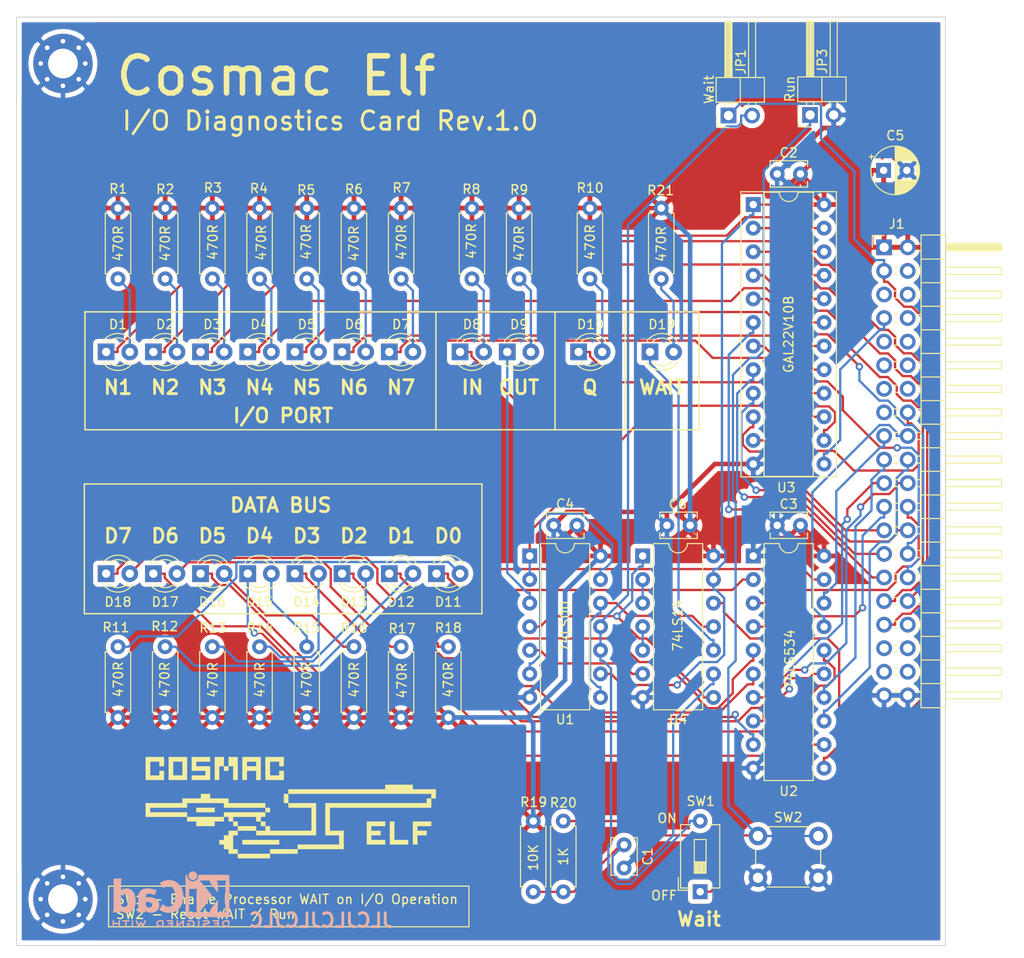
<source format=kicad_pcb>
(kicad_pcb (version 20171130) (host pcbnew 5.1.10)
  (layers (0 F.Cu signal) (31 B.Cu signal) (34 B.Paste user) (35 F.Paste user) (36 B.SilkS user) (37 F.SilkS user) (38 B.Mask user) (39 F.Mask user) (44 Edge.Cuts user))
  (net 0 "")
  (net 1 GND)
  (net 2 VCC)
  (net 3 ~N7)
  (net 4 ~IOR)
  (net 5 ~IOW)
  (net 6 D0)
  (net 7 D1)
  (net 8 D2)
  (net 9 D3)
  (net 10 D4)
  (net 11 D5)
  (net 12 D6)
  (net 13 D7)
  (net 14 TPB)
  (net 15 Q)
  (net 16 ~WAIT)
  (net 17 ~N1)
  (net 18 ~N2)
  (net 19 ~N3)
  (net 20 ~N4)
  (net 21 ~N5)
  (net 22 ~N6)
  (net 23 "Net-(C1-Pad1)")
  (net 24 "Net-(D1-Pad2)")
  (net 25 "Net-(D1-Pad1)")
  (net 26 "Net-(D2-Pad2)")
  (net 27 "Net-(D2-Pad1)")
  (net 28 "Net-(D3-Pad2)")
  (net 29 "Net-(D3-Pad1)")
  (net 30 "Net-(D4-Pad2)")
  (net 31 "Net-(D4-Pad1)")
  (net 32 "Net-(D5-Pad2)")
  (net 33 "Net-(D5-Pad1)")
  (net 34 "Net-(D6-Pad2)")
  (net 35 "Net-(D6-Pad1)")
  (net 36 "Net-(D7-Pad2)")
  (net 37 "Net-(D7-Pad1)")
  (net 38 "Net-(D8-Pad2)")
  (net 39 "Net-(D8-Pad1)")
  (net 40 "Net-(D9-Pad2)")
  (net 41 "Net-(D9-Pad1)")
  (net 42 "Net-(D10-Pad2)")
  (net 43 "Net-(D10-Pad1)")
  (net 44 "Net-(D11-Pad2)")
  (net 45 "Net-(D11-Pad1)")
  (net 46 "Net-(D12-Pad2)")
  (net 47 "Net-(D12-Pad1)")
  (net 48 "Net-(D13-Pad2)")
  (net 49 "Net-(D13-Pad1)")
  (net 50 "Net-(D14-Pad2)")
  (net 51 "Net-(D14-Pad1)")
  (net 52 "Net-(D15-Pad2)")
  (net 53 "Net-(D15-Pad1)")
  (net 54 "Net-(D16-Pad2)")
  (net 55 "Net-(D16-Pad1)")
  (net 56 "Net-(D17-Pad2)")
  (net 57 "Net-(D17-Pad1)")
  (net 58 "Net-(J1-Pad38)")
  (net 59 "Net-(J1-Pad37)")
  (net 60 "Net-(J1-Pad36)")
  (net 61 "Net-(J1-Pad35)")
  (net 62 "Net-(J1-Pad34)")
  (net 63 "Net-(J1-Pad15)")
  (net 64 "Net-(J1-Pad14)")
  (net 65 "Net-(J1-Pad13)")
  (net 66 "Net-(J1-Pad12)")
  (net 67 "Net-(J1-Pad11)")
  (net 68 "Net-(J1-Pad10)")
  (net 69 "Net-(J1-Pad9)")
  (net 70 "Net-(J1-Pad8)")
  (net 71 "Net-(J1-Pad6)")
  (net 72 "Net-(J1-Pad5)")
  (net 73 "Net-(J1-Pad4)")
  (net 74 "Net-(U1-Pad12)")
  (net 75 "Net-(U1-Pad4)")
  (net 76 "Net-(D18-Pad2)")
  (net 77 "Net-(D18-Pad1)")
  (net 78 "Net-(D19-Pad2)")
  (net 79 "Net-(D19-Pad1)")
  (net 80 "Net-(JP3-Pad1)")
  (net 81 "Net-(JP1-Pad2)")
  (net 82 "Net-(U1-Pad13)")
  (net 83 "Net-(U1-Pad5)")
  (net 84 "Net-(U1-Pad9)")
  (net 85 "Net-(U2-Pad11)")
  (net 86 "Net-(U4-Pad4)")
  (net 87 "Net-(U4-Pad2)")
  (module Button_Switch_THT:SW_PUSH_6mm (layer F.Cu) (at 179.8195 138.2015)
    (fp_text reference SW2 (at 3.25 -2) (layer F.SilkS))
    (fp_text value Run)
    (pad 1 thru_hole circle (at 6.5 0 90) (size 2 2) (drill 1.1) (layers *.Cu *.Mask) (net 80 "Net-(JP3-Pad1)"))
    (pad 2 thru_hole circle (at 6.5 4.5 90) (size 2 2) (drill 1.1) (layers *.Cu *.Mask) (net 1 GND))
    (pad 1 thru_hole circle (at 0 0 90) (size 2 2) (drill 1.1) (layers *.Cu *.Mask) (net 80 "Net-(JP3-Pad1)"))
    (pad 2 thru_hole circle (at 0 4.5 90) (size 2 2) (drill 1.1) (layers *.Cu *.Mask) (net 1 GND))
  )
  (module Button_Switch_THT:SW_DIP_SPSTx01_Slide_6.7x4.1mm_W7.62mm_P2.54mm_LowProfile (layer F.Cu) (at 173.596 144.204 90)
    (fp_text reference SW1 (at 9.7485 0.0635 180) (layer F.SilkS))
    (fp_text value SW_DIP_x01)
    (pad 2 thru_hole oval (at 7.62 0 90) (size 1.6 1.6) (drill 0.8) (layers *.Cu *.Mask) (net 81 "Net-(JP1-Pad2)"))
    (pad 1 thru_hole rect (at 0 0 90) (size 1.6 1.6) (drill 0.8) (layers *.Cu *.Mask) (net 16 ~WAIT))
  )
  (module Package_DIP:DIP-14_W7.62mm (layer F.Cu) (at 167.407 108.039)
    (fp_text reference U4 (at 3.81 17.609) (layer F.SilkS))
    (fp_text value 74LS14 (at 3.7765 7.493 90) (layer F.SilkS))
    (pad 14 thru_hole oval (at 7.62 0) (size 1.6 1.6) (drill 0.8) (layers *.Cu *.Mask) (net 2 VCC))
    (pad 7 thru_hole oval (at 0 15.24) (size 1.6 1.6) (drill 0.8) (layers *.Cu *.Mask) (net 1 GND))
    (pad 13 thru_hole oval (at 7.62 2.54) (size 1.6 1.6) (drill 0.8) (layers *.Cu *.Mask) (net 84 "Net-(U1-Pad9)"))
    (pad 6 thru_hole oval (at 0 12.7) (size 1.6 1.6) (drill 0.8) (layers *.Cu *.Mask) (net 83 "Net-(U1-Pad5)"))
    (pad 12 thru_hole oval (at 7.62 5.08) (size 1.6 1.6) (drill 0.8) (layers *.Cu *.Mask) (net 85 "Net-(U2-Pad11)"))
    (pad 5 thru_hole oval (at 0 10.16) (size 1.6 1.6) (drill 0.8) (layers *.Cu *.Mask) (net 86 "Net-(U4-Pad4)"))
    (pad 11 thru_hole oval (at 7.62 7.62) (size 1.6 1.6) (drill 0.8) (layers *.Cu *.Mask) (net 74 "Net-(U1-Pad12)"))
    (pad 4 thru_hole oval (at 0 7.62) (size 1.6 1.6) (drill 0.8) (layers *.Cu *.Mask) (net 86 "Net-(U4-Pad4)"))
    (pad 10 thru_hole oval (at 7.62 10.16) (size 1.6 1.6) (drill 0.8) (layers *.Cu *.Mask) (net 79 "Net-(D19-Pad1)"))
    (pad 3 thru_hole oval (at 0 5.08) (size 1.6 1.6) (drill 0.8) (layers *.Cu *.Mask) (net 87 "Net-(U4-Pad2)"))
    (pad 9 thru_hole oval (at 7.62 12.7) (size 1.6 1.6) (drill 0.8) (layers *.Cu *.Mask) (net 23 "Net-(C1-Pad1)"))
    (pad 2 thru_hole oval (at 0 2.54) (size 1.6 1.6) (drill 0.8) (layers *.Cu *.Mask) (net 87 "Net-(U4-Pad2)"))
    (pad 8 thru_hole oval (at 7.62 15.24) (size 1.6 1.6) (drill 0.8) (layers *.Cu *.Mask) (net 75 "Net-(U1-Pad4)"))
    (pad 1 thru_hole rect (at 0 0) (size 1.6 1.6) (drill 0.8) (layers *.Cu *.Mask) (net 75 "Net-(U1-Pad4)"))
  )
  (module Package_DIP:DIP-14_W7.62mm (layer F.Cu) (at 155.248 108.039)
    (fp_text reference U1 (at 3.81 17.609) (layer F.SilkS))
    (fp_text value 74LS00 (at 3.8065 7.62 90) (layer F.SilkS))
    (pad 14 thru_hole oval (at 7.62 0) (size 1.6 1.6) (drill 0.8) (layers *.Cu *.Mask) (net 2 VCC))
    (pad 7 thru_hole oval (at 0 15.24) (size 1.6 1.6) (drill 0.8) (layers *.Cu *.Mask) (net 1 GND))
    (pad 13 thru_hole oval (at 7.62 2.54) (size 1.6 1.6) (drill 0.8) (layers *.Cu *.Mask) (net 82 "Net-(U1-Pad13)"))
    (pad 6 thru_hole oval (at 0 12.7) (size 1.6 1.6) (drill 0.8) (layers *.Cu *.Mask) (net 82 "Net-(U1-Pad13)"))
    (pad 12 thru_hole oval (at 7.62 5.08) (size 1.6 1.6) (drill 0.8) (layers *.Cu *.Mask) (net 74 "Net-(U1-Pad12)"))
    (pad 5 thru_hole oval (at 0 10.16) (size 1.6 1.6) (drill 0.8) (layers *.Cu *.Mask) (net 83 "Net-(U1-Pad5)"))
    (pad 11 thru_hole oval (at 7.62 7.62) (size 1.6 1.6) (drill 0.8) (layers *.Cu *.Mask) (net 81 "Net-(JP1-Pad2)"))
    (pad 4 thru_hole oval (at 0 7.62) (size 1.6 1.6) (drill 0.8) (layers *.Cu *.Mask) (net 75 "Net-(U1-Pad4)"))
    (pad 10 thru_hole oval (at 7.62 10.16) (size 1.6 1.6) (drill 0.8) (layers *.Cu *.Mask) (net 81 "Net-(JP1-Pad2)"))
    (pad 3 thru_hole oval (at 0 5.08) (size 1.6 1.6) (drill 0.8) (layers *.Cu *.Mask) (net 41 "Net-(D9-Pad1)"))
    (pad 9 thru_hole oval (at 7.62 12.7) (size 1.6 1.6) (drill 0.8) (layers *.Cu *.Mask) (net 84 "Net-(U1-Pad9)"))
    (pad 2 thru_hole oval (at 0 2.54) (size 1.6 1.6) (drill 0.8) (layers *.Cu *.Mask) (net 39 "Net-(D8-Pad1)"))
    (pad 8 thru_hole oval (at 7.62 15.24) (size 1.6 1.6) (drill 0.8) (layers *.Cu *.Mask) (net 74 "Net-(U1-Pad12)"))
    (pad 1 thru_hole rect (at 0 0) (size 1.6 1.6) (drill 0.8) (layers *.Cu *.Mask) (net 39 "Net-(D8-Pad1)"))
  )
  (module Capacitor_THT:C_Disc_D3.8mm_W2.6mm_P2.50mm (layer F.Cu) (at 172.517 104.737 180)
    (fp_text reference C6 (at 1.3335 2.286) (layer F.SilkS))
    (fp_text value 100nF)
    (pad 2 thru_hole circle (at 2.5 0 180) (size 1.6 1.6) (drill 0.8) (layers *.Cu *.Mask) (net 1 GND))
    (pad 1 thru_hole circle (at 0 0 180) (size 1.6 1.6) (drill 0.8) (layers *.Cu *.Mask) (net 2 VCC))
  )
  (module Connector_PinHeader_2.54mm:PinHeader_1x02_P2.54mm_Horizontal (layer F.Cu) (at 185.432 60.5425 90)
    (fp_text reference JP3 (at 5.78 1.309 90) (layer F.SilkS))
    (fp_text value Run (at 2.7955 -2.1835 90) (layer F.SilkS))
    (pad 2 thru_hole oval (at 0 2.54 90) (size 1.7 1.7) (drill 1) (layers *.Cu *.Mask) (net 1 GND))
    (pad 1 thru_hole rect (at 0 0 90) (size 1.7 1.7) (drill 1) (layers *.Cu *.Mask) (net 80 "Net-(JP3-Pad1)"))
  )
  (module Connector_PinHeader_2.54mm:PinHeader_1x02_P2.54mm_Horizontal (layer F.Cu) (at 176.644 60.6045 90)
    (fp_text reference JP1 (at 5.7785 1.334 90) (layer F.SilkS))
    (fp_text value Wait (at 2.794 -2.095 90) (layer F.SilkS))
    (pad 2 thru_hole oval (at 0 2.54 90) (size 1.7 1.7) (drill 1) (layers *.Cu *.Mask) (net 81 "Net-(JP1-Pad2)"))
    (pad 1 thru_hole rect (at 0 0 90) (size 1.7 1.7) (drill 1) (layers *.Cu *.Mask) (net 16 ~WAIT))
  )
  (module Resistor_THT:R_Axial_DIN0207_L6.3mm_D2.5mm_P7.62mm_Horizontal (layer F.Cu) (at 169.406 70.574 270)
    (fp_text reference R21 (at -1.905 0.0635 180) (layer F.SilkS))
    (fp_text value 470R (at 3.8735 0 90) (layer F.SilkS))
    (pad 2 thru_hole oval (at 7.62 0 270) (size 1.6 1.6) (drill 0.8) (layers *.Cu *.Mask) (net 78 "Net-(D19-Pad2)"))
    (pad 1 thru_hole circle (at 0 0 270) (size 1.6 1.6) (drill 0.8) (layers *.Cu *.Mask) (net 2 VCC))
  )
  (module Resistor_THT:R_Axial_DIN0207_L6.3mm_D2.5mm_P7.62mm_Horizontal (layer F.Cu) (at 154.107 78.194 90)
    (fp_text reference R9 (at 9.5885 0 180) (layer F.SilkS))
    (fp_text value 470R (at 3.81 0 90) (layer F.SilkS))
    (pad 2 thru_hole oval (at 7.62 0 90) (size 1.6 1.6) (drill 0.8) (layers *.Cu *.Mask) (net 2 VCC))
    (pad 1 thru_hole circle (at 0 0 90) (size 1.6 1.6) (drill 0.8) (layers *.Cu *.Mask) (net 40 "Net-(D9-Pad2)"))
  )
  (module LED_THT:LED_D3.0mm (layer F.Cu) (at 168.199 86.068)
    (fp_text reference D19 (at 1.27 -2.96) (layer F.SilkS))
    (fp_text value WAIT (at 1.27 3.81) (layer F.SilkS) (effects (font (size 1.5 1.5) (thickness 0.3))))
    (pad 2 thru_hole circle (at 2.54 0) (size 1.8 1.8) (drill 0.9) (layers *.Cu *.Mask) (net 78 "Net-(D19-Pad2)"))
    (pad 1 thru_hole rect (at 0 0) (size 1.8 1.8) (drill 0.9) (layers *.Cu *.Mask) (net 79 "Net-(D19-Pad1)"))
  )
  (module LED_THT:LED_D3.0mm (layer F.Cu) (at 152.832 86.068)
    (fp_text reference D9 (at 1.27 -2.96) (layer F.SilkS))
    (fp_text value OUT)
    (pad 2 thru_hole circle (at 2.54 0) (size 1.8 1.8) (drill 0.9) (layers *.Cu *.Mask) (net 40 "Net-(D9-Pad2)"))
    (pad 1 thru_hole rect (at 0 0) (size 1.8 1.8) (drill 0.9) (layers *.Cu *.Mask) (net 41 "Net-(D9-Pad1)"))
  )
  (module LED_THT:LED_D3.0mm (layer F.Cu) (at 147.752 86.068)
    (fp_text reference D8 (at 1.27 -2.96) (layer F.SilkS))
    (fp_text value IN)
    (pad 2 thru_hole circle (at 2.54 0) (size 1.8 1.8) (drill 0.9) (layers *.Cu *.Mask) (net 38 "Net-(D8-Pad2)"))
    (pad 1 thru_hole rect (at 0 0) (size 1.8 1.8) (drill 0.9) (layers *.Cu *.Mask) (net 39 "Net-(D8-Pad1)"))
  )
  (module Package_DIP:DIP-20_W7.62mm (layer F.Cu) (at 179.312 108.039)
    (fp_text reference U2 (at 3.81 25.3365) (layer F.SilkS))
    (fp_text value 74LS534 (at 3.937 11.176 90) (layer F.SilkS))
    (pad 20 thru_hole oval (at 7.62 0) (size 1.6 1.6) (drill 0.8) (layers *.Cu *.Mask) (net 2 VCC))
    (pad 10 thru_hole oval (at 0 22.86) (size 1.6 1.6) (drill 0.8) (layers *.Cu *.Mask) (net 1 GND))
    (pad 19 thru_hole oval (at 7.62 2.54) (size 1.6 1.6) (drill 0.8) (layers *.Cu *.Mask) (net 77 "Net-(D18-Pad1)"))
    (pad 9 thru_hole oval (at 0 20.32) (size 1.6 1.6) (drill 0.8) (layers *.Cu *.Mask) (net 51 "Net-(D14-Pad1)"))
    (pad 18 thru_hole oval (at 7.62 5.08) (size 1.6 1.6) (drill 0.8) (layers *.Cu *.Mask) (net 13 D7))
    (pad 8 thru_hole oval (at 0 17.78) (size 1.6 1.6) (drill 0.8) (layers *.Cu *.Mask) (net 9 D3))
    (pad 17 thru_hole oval (at 7.62 7.62) (size 1.6 1.6) (drill 0.8) (layers *.Cu *.Mask) (net 12 D6))
    (pad 7 thru_hole oval (at 0 15.24) (size 1.6 1.6) (drill 0.8) (layers *.Cu *.Mask) (net 8 D2))
    (pad 16 thru_hole oval (at 7.62 10.16) (size 1.6 1.6) (drill 0.8) (layers *.Cu *.Mask) (net 57 "Net-(D17-Pad1)"))
    (pad 6 thru_hole oval (at 0 12.7) (size 1.6 1.6) (drill 0.8) (layers *.Cu *.Mask) (net 49 "Net-(D13-Pad1)"))
    (pad 15 thru_hole oval (at 7.62 12.7) (size 1.6 1.6) (drill 0.8) (layers *.Cu *.Mask) (net 55 "Net-(D16-Pad1)"))
    (pad 5 thru_hole oval (at 0 10.16) (size 1.6 1.6) (drill 0.8) (layers *.Cu *.Mask) (net 47 "Net-(D12-Pad1)"))
    (pad 14 thru_hole oval (at 7.62 15.24) (size 1.6 1.6) (drill 0.8) (layers *.Cu *.Mask) (net 11 D5))
    (pad 4 thru_hole oval (at 0 7.62) (size 1.6 1.6) (drill 0.8) (layers *.Cu *.Mask) (net 7 D1))
    (pad 13 thru_hole oval (at 7.62 17.78) (size 1.6 1.6) (drill 0.8) (layers *.Cu *.Mask) (net 10 D4))
    (pad 3 thru_hole oval (at 0 5.08) (size 1.6 1.6) (drill 0.8) (layers *.Cu *.Mask) (net 6 D0))
    (pad 12 thru_hole oval (at 7.62 20.32) (size 1.6 1.6) (drill 0.8) (layers *.Cu *.Mask) (net 53 "Net-(D15-Pad1)"))
    (pad 2 thru_hole oval (at 0 2.54) (size 1.6 1.6) (drill 0.8) (layers *.Cu *.Mask) (net 45 "Net-(D11-Pad1)"))
    (pad 11 thru_hole oval (at 7.62 22.86) (size 1.6 1.6) (drill 0.8) (layers *.Cu *.Mask) (net 85 "Net-(U2-Pad11)"))
    (pad 1 thru_hole rect (at 0 0) (size 1.6 1.6) (drill 0.8) (layers *.Cu *.Mask) (net 1 GND))
  )
  (module LED_THT:LED_D3.0mm (layer F.Cu) (at 160.516 86.068)
    (fp_text reference D10 (at 1.27 -2.96) (layer F.SilkS))
    (fp_text value Q)
    (pad 2 thru_hole circle (at 2.54 0) (size 1.8 1.8) (drill 0.9) (layers *.Cu *.Mask) (net 42 "Net-(D10-Pad2)"))
    (pad 1 thru_hole rect (at 0 0) (size 1.8 1.8) (drill 0.9) (layers *.Cu *.Mask) (net 43 "Net-(D10-Pad1)"))
  )
  (module Resistor_THT:R_Axial_DIN0207_L6.3mm_D2.5mm_P7.62mm_Horizontal (layer F.Cu) (at 155.626 136.594 270)
    (fp_text reference R19 (at -2.0295 -0.048 180) (layer F.SilkS))
    (fp_text value 10K (at 3.937 0 90) (layer F.SilkS))
    (pad 2 thru_hole oval (at 7.62 0 270) (size 1.6 1.6) (drill 0.8) (layers *.Cu *.Mask) (net 23 "Net-(C1-Pad1)"))
    (pad 1 thru_hole circle (at 0 0 270) (size 1.6 1.6) (drill 0.8) (layers *.Cu *.Mask) (net 2 VCC))
  )
  (module "My Footprints:CosmacElf" (layer F.Cu) (at 129.2735 135.1535)
    (fp_text reference G*** hide)
    (fp_text value LOGO hide)
  )
  (module Package_DIP:DIP-24_W7.62mm_Socket (layer F.Cu) (at 179.312 70.193)
    (fp_text reference U3 (at 3.556 30.48) (layer F.SilkS))
    (fp_text value GAL22V10B (at 3.81 13.97 90) (layer F.SilkS))
    (pad 24 thru_hole oval (at 7.62 0) (size 1.6 1.6) (drill 0.8) (layers *.Cu *.Mask) (net 2 VCC))
    (pad 12 thru_hole oval (at 0 27.94) (size 1.6 1.6) (drill 0.8) (layers *.Cu *.Mask) (net 1 GND))
    (pad 23 thru_hole oval (at 7.62 2.54) (size 1.6 1.6) (drill 0.8) (layers *.Cu *.Mask) (net 84 "Net-(U1-Pad9)"))
    (pad 11 thru_hole oval (at 0 25.4) (size 1.6 1.6) (drill 0.8) (layers *.Cu *.Mask) (net 14 TPB))
    (pad 22 thru_hole oval (at 7.62 5.08) (size 1.6 1.6) (drill 0.8) (layers *.Cu *.Mask) (net 25 "Net-(D1-Pad1)"))
    (pad 10 thru_hole oval (at 0 22.86) (size 1.6 1.6) (drill 0.8) (layers *.Cu *.Mask) (net 5 ~IOW))
    (pad 21 thru_hole oval (at 7.62 7.62) (size 1.6 1.6) (drill 0.8) (layers *.Cu *.Mask) (net 27 "Net-(D2-Pad1)"))
    (pad 9 thru_hole oval (at 0 20.32) (size 1.6 1.6) (drill 0.8) (layers *.Cu *.Mask) (net 4 ~IOR))
    (pad 20 thru_hole oval (at 7.62 10.16) (size 1.6 1.6) (drill 0.8) (layers *.Cu *.Mask) (net 29 "Net-(D3-Pad1)"))
    (pad 8 thru_hole oval (at 0 17.78) (size 1.6 1.6) (drill 0.8) (layers *.Cu *.Mask) (net 3 ~N7))
    (pad 19 thru_hole oval (at 7.62 12.7) (size 1.6 1.6) (drill 0.8) (layers *.Cu *.Mask) (net 31 "Net-(D4-Pad1)"))
    (pad 7 thru_hole oval (at 0 15.24) (size 1.6 1.6) (drill 0.8) (layers *.Cu *.Mask) (net 22 ~N6))
    (pad 18 thru_hole oval (at 7.62 15.24) (size 1.6 1.6) (drill 0.8) (layers *.Cu *.Mask) (net 33 "Net-(D5-Pad1)"))
    (pad 6 thru_hole oval (at 0 12.7) (size 1.6 1.6) (drill 0.8) (layers *.Cu *.Mask) (net 21 ~N5))
    (pad 17 thru_hole oval (at 7.62 17.78) (size 1.6 1.6) (drill 0.8) (layers *.Cu *.Mask) (net 35 "Net-(D6-Pad1)"))
    (pad 5 thru_hole oval (at 0 10.16) (size 1.6 1.6) (drill 0.8) (layers *.Cu *.Mask) (net 20 ~N4))
    (pad 16 thru_hole oval (at 7.62 20.32) (size 1.6 1.6) (drill 0.8) (layers *.Cu *.Mask) (net 37 "Net-(D7-Pad1)"))
    (pad 4 thru_hole oval (at 0 7.62) (size 1.6 1.6) (drill 0.8) (layers *.Cu *.Mask) (net 19 ~N3))
    (pad 15 thru_hole oval (at 7.62 22.86) (size 1.6 1.6) (drill 0.8) (layers *.Cu *.Mask) (net 39 "Net-(D8-Pad1)"))
    (pad 3 thru_hole oval (at 0 5.08) (size 1.6 1.6) (drill 0.8) (layers *.Cu *.Mask) (net 18 ~N2))
    (pad 14 thru_hole oval (at 7.62 25.4) (size 1.6 1.6) (drill 0.8) (layers *.Cu *.Mask) (net 43 "Net-(D10-Pad1)"))
    (pad 2 thru_hole oval (at 0 2.54) (size 1.6 1.6) (drill 0.8) (layers *.Cu *.Mask) (net 17 ~N1))
    (pad 13 thru_hole oval (at 7.62 27.94) (size 1.6 1.6) (drill 0.8) (layers *.Cu *.Mask) (net 15 Q))
    (pad 1 thru_hole rect (at 0 0) (size 1.6 1.6) (drill 0.8) (layers *.Cu *.Mask) (net 84 "Net-(U1-Pad9)"))
  )
  (module Resistor_THT:R_Axial_DIN0207_L6.3mm_D2.5mm_P7.62mm_Horizontal (layer F.Cu) (at 146.487 125.438 90)
    (fp_text reference R18 (at 9.652 0 180) (layer F.SilkS))
    (fp_text value 470R (at 4.064 0 90) (layer F.SilkS))
    (pad 2 thru_hole oval (at 7.62 0 90) (size 1.6 1.6) (drill 0.8) (layers *.Cu *.Mask) (net 76 "Net-(D18-Pad2)"))
    (pad 1 thru_hole circle (at 0 0 90) (size 1.6 1.6) (drill 0.8) (layers *.Cu *.Mask) (net 2 VCC))
  )
  (module Resistor_THT:R_Axial_DIN0207_L6.3mm_D2.5mm_P7.62mm_Horizontal (layer F.Cu) (at 141.402 125.438 90)
    (fp_text reference R17 (at 9.566 0.096 180) (layer F.SilkS))
    (fp_text value 470R (at 3.978 0.096 90) (layer F.SilkS))
    (pad 2 thru_hole oval (at 7.62 0 90) (size 1.6 1.6) (drill 0.8) (layers *.Cu *.Mask) (net 56 "Net-(D17-Pad2)"))
    (pad 1 thru_hole circle (at 0 0 90) (size 1.6 1.6) (drill 0.8) (layers *.Cu *.Mask) (net 2 VCC))
  )
  (module Resistor_THT:R_Axial_DIN0207_L6.3mm_D2.5mm_P7.62mm_Horizontal (layer F.Cu) (at 136.322 125.438 90)
    (fp_text reference R16 (at 9.644 0.024 180) (layer F.SilkS))
    (fp_text value 470R (at 4.056 0.024 90) (layer F.SilkS))
    (pad 2 thru_hole oval (at 7.62 0 90) (size 1.6 1.6) (drill 0.8) (layers *.Cu *.Mask) (net 54 "Net-(D16-Pad2)"))
    (pad 1 thru_hole circle (at 0 0 90) (size 1.6 1.6) (drill 0.8) (layers *.Cu *.Mask) (net 2 VCC))
  )
  (module Resistor_THT:R_Axial_DIN0207_L6.3mm_D2.5mm_P7.62mm_Horizontal (layer F.Cu) (at 131.242 125.438 90)
    (fp_text reference R15 (at 9.652 0 180) (layer F.SilkS))
    (fp_text value 470R (at 4.064 0 90) (layer F.SilkS))
    (pad 2 thru_hole oval (at 7.62 0 90) (size 1.6 1.6) (drill 0.8) (layers *.Cu *.Mask) (net 52 "Net-(D15-Pad2)"))
    (pad 1 thru_hole circle (at 0 0 90) (size 1.6 1.6) (drill 0.8) (layers *.Cu *.Mask) (net 2 VCC))
  )
  (module Resistor_THT:R_Axial_DIN0207_L6.3mm_D2.5mm_P7.62mm_Horizontal (layer F.Cu) (at 126.162 125.438 90)
    (fp_text reference R14 (at 9.644 0.038 180) (layer F.SilkS))
    (fp_text value 470R (at 4.056 0.038 90) (layer F.SilkS))
    (pad 2 thru_hole oval (at 7.62 0 90) (size 1.6 1.6) (drill 0.8) (layers *.Cu *.Mask) (net 50 "Net-(D14-Pad2)"))
    (pad 1 thru_hole circle (at 0 0 90) (size 1.6 1.6) (drill 0.8) (layers *.Cu *.Mask) (net 2 VCC))
  )
  (module Resistor_THT:R_Axial_DIN0207_L6.3mm_D2.5mm_P7.62mm_Horizontal (layer F.Cu) (at 121.082 125.438 90)
    (fp_text reference R13 (at 9.644 0.052 180) (layer F.SilkS))
    (fp_text value 470R (at 4.056 0.052 90) (layer F.SilkS))
    (pad 2 thru_hole oval (at 7.62 0 90) (size 1.6 1.6) (drill 0.8) (layers *.Cu *.Mask) (net 48 "Net-(D13-Pad2)"))
    (pad 1 thru_hole circle (at 0 0 90) (size 1.6 1.6) (drill 0.8) (layers *.Cu *.Mask) (net 2 VCC))
  )
  (module Resistor_THT:R_Axial_DIN0207_L6.3mm_D2.5mm_P7.62mm_Horizontal (layer F.Cu) (at 116.002 125.438 90)
    (fp_text reference R12 (at 9.804 -0.044 180) (layer F.SilkS))
    (fp_text value 470R (at 4.064 -0.044 90) (layer F.SilkS))
    (pad 2 thru_hole oval (at 7.62 0 90) (size 1.6 1.6) (drill 0.8) (layers *.Cu *.Mask) (net 46 "Net-(D12-Pad2)"))
    (pad 1 thru_hole circle (at 0 0 90) (size 1.6 1.6) (drill 0.8) (layers *.Cu *.Mask) (net 2 VCC))
  )
  (module Resistor_THT:R_Axial_DIN0207_L6.3mm_D2.5mm_P7.62mm_Horizontal (layer F.Cu) (at 110.922 125.438 90)
    (fp_text reference R11 (at 9.694 -0.216 180) (layer F.SilkS))
    (fp_text value 470R (at 4.106 0.038 90) (layer F.SilkS))
    (pad 2 thru_hole oval (at 7.62 0 90) (size 1.6 1.6) (drill 0.8) (layers *.Cu *.Mask) (net 44 "Net-(D11-Pad2)"))
    (pad 1 thru_hole circle (at 0 0 90) (size 1.6 1.6) (drill 0.8) (layers *.Cu *.Mask) (net 2 VCC))
  )
  (module Resistor_THT:R_Axial_DIN0207_L6.3mm_D2.5mm_P7.62mm_Horizontal (layer F.Cu) (at 161.727 78.194 90)
    (fp_text reference R10 (at 9.796 0.024 180) (layer F.SilkS))
    (fp_text value 470R (at 3.954 0.024 90) (layer F.SilkS))
    (pad 2 thru_hole oval (at 7.62 0 90) (size 1.6 1.6) (drill 0.8) (layers *.Cu *.Mask) (net 2 VCC))
    (pad 1 thru_hole circle (at 0 0 90) (size 1.6 1.6) (drill 0.8) (layers *.Cu *.Mask) (net 42 "Net-(D10-Pad2)"))
  )
  (module Resistor_THT:R_Axial_DIN0207_L6.3mm_D2.5mm_P7.62mm_Horizontal (layer F.Cu) (at 149.027 78.194 90)
    (fp_text reference R8 (at 9.652 -0.062 180) (layer F.SilkS))
    (fp_text value 470R (at 4.064 -0.062 90) (layer F.SilkS))
    (pad 2 thru_hole oval (at 7.62 0 90) (size 1.6 1.6) (drill 0.8) (layers *.Cu *.Mask) (net 2 VCC))
    (pad 1 thru_hole circle (at 0 0 90) (size 1.6 1.6) (drill 0.8) (layers *.Cu *.Mask) (net 38 "Net-(D8-Pad2)"))
  )
  (module Resistor_THT:R_Axial_DIN0207_L6.3mm_D2.5mm_P7.62mm_Horizontal (layer F.Cu) (at 141.407 78.194 90)
    (fp_text reference R7 (at 9.796 0.038 180) (layer F.SilkS))
    (fp_text value 470R (at 3.954 0.038 90) (layer F.SilkS))
    (pad 2 thru_hole oval (at 7.62 0 90) (size 1.6 1.6) (drill 0.8) (layers *.Cu *.Mask) (net 2 VCC))
    (pad 1 thru_hole circle (at 0 0 90) (size 1.6 1.6) (drill 0.8) (layers *.Cu *.Mask) (net 36 "Net-(D7-Pad2)"))
  )
  (module Resistor_THT:R_Axial_DIN0207_L6.3mm_D2.5mm_P7.62mm_Horizontal (layer F.Cu) (at 136.327 78.194 90)
    (fp_text reference R6 (at 9.652 0 180) (layer F.SilkS))
    (fp_text value 470R (at 3.81 0 90) (layer F.SilkS))
    (pad 2 thru_hole oval (at 7.62 0 90) (size 1.6 1.6) (drill 0.8) (layers *.Cu *.Mask) (net 2 VCC))
    (pad 1 thru_hole circle (at 0 0 90) (size 1.6 1.6) (drill 0.8) (layers *.Cu *.Mask) (net 34 "Net-(D6-Pad2)"))
  )
  (module Resistor_THT:R_Axial_DIN0207_L6.3mm_D2.5mm_P7.62mm_Horizontal (layer F.Cu) (at 131.247 78.194 90)
    (fp_text reference R5 (at 9.572 -0.058 180) (layer F.SilkS))
    (fp_text value 470R (at 3.984 -0.058 90) (layer F.SilkS))
    (pad 2 thru_hole oval (at 7.62 0 90) (size 1.6 1.6) (drill 0.8) (layers *.Cu *.Mask) (net 2 VCC))
    (pad 1 thru_hole circle (at 0 0 90) (size 1.6 1.6) (drill 0.8) (layers *.Cu *.Mask) (net 32 "Net-(D5-Pad2)"))
  )
  (module Resistor_THT:R_Axial_DIN0207_L6.3mm_D2.5mm_P7.62mm_Horizontal (layer F.Cu) (at 126.167 78.194 90)
    (fp_text reference R4 (at 9.724 -0.072 180) (layer F.SilkS))
    (fp_text value 470R (at 3.882 0.182 90) (layer F.SilkS))
    (pad 2 thru_hole oval (at 7.62 0 90) (size 1.6 1.6) (drill 0.8) (layers *.Cu *.Mask) (net 2 VCC))
    (pad 1 thru_hole circle (at 0 0 90) (size 1.6 1.6) (drill 0.8) (layers *.Cu *.Mask) (net 30 "Net-(D4-Pad2)"))
  )
  (module Resistor_THT:R_Axial_DIN0207_L6.3mm_D2.5mm_P7.62mm_Horizontal (layer F.Cu) (at 121.087 78.194 90)
    (fp_text reference R3 (at 9.796 0.052 180) (layer F.SilkS))
    (fp_text value 470R (at 3.954 0.052 90) (layer F.SilkS))
    (pad 2 thru_hole oval (at 7.62 0 90) (size 1.6 1.6) (drill 0.8) (layers *.Cu *.Mask) (net 2 VCC))
    (pad 1 thru_hole circle (at 0 0 90) (size 1.6 1.6) (drill 0.8) (layers *.Cu *.Mask) (net 28 "Net-(D3-Pad2)"))
  )
  (module Resistor_THT:R_Axial_DIN0207_L6.3mm_D2.5mm_P7.62mm_Horizontal (layer F.Cu) (at 116.007 78.194 90)
    (fp_text reference R2 (at 9.652 0 180) (layer F.SilkS))
    (fp_text value 470R (at 3.81 0 90) (layer F.SilkS))
    (pad 2 thru_hole oval (at 7.62 0 90) (size 1.6 1.6) (drill 0.8) (layers *.Cu *.Mask) (net 2 VCC))
    (pad 1 thru_hole circle (at 0 0 90) (size 1.6 1.6) (drill 0.8) (layers *.Cu *.Mask) (net 26 "Net-(D2-Pad2)"))
  )
  (module Resistor_THT:R_Axial_DIN0207_L6.3mm_D2.5mm_P7.62mm_Horizontal (layer F.Cu) (at 110.927 78.194 90)
    (fp_text reference R1 (at 9.694 0.024 180) (layer F.SilkS))
    (fp_text value 470R (at 3.81 0.024 90) (layer F.SilkS))
    (pad 2 thru_hole oval (at 7.62 0 90) (size 1.6 1.6) (drill 0.8) (layers *.Cu *.Mask) (net 2 VCC))
    (pad 1 thru_hole circle (at 0 0 90) (size 1.6 1.6) (drill 0.8) (layers *.Cu *.Mask) (net 24 "Net-(D1-Pad2)"))
  )
  (module Resistor_THT:R_Axial_DIN0207_L6.3mm_D2.5mm_P7.62mm_Horizontal (layer F.Cu) (at 158.864 136.594 270)
    (fp_text reference R20 (at -1.9685 0 180) (layer F.SilkS))
    (fp_text value 1K (at 3.81 0 90) (layer F.SilkS))
    (pad 2 thru_hole oval (at 7.62 0 270) (size 1.6 1.6) (drill 0.8) (layers *.Cu *.Mask) (net 23 "Net-(C1-Pad1)"))
    (pad 1 thru_hole circle (at 0 0 270) (size 1.6 1.6) (drill 0.8) (layers *.Cu *.Mask) (net 80 "Net-(JP3-Pad1)"))
  )
  (module LED_THT:LED_D3.0mm (layer F.Cu) (at 140.132 109.944)
    (fp_text reference D12 (at 1.27 3.048) (layer F.SilkS))
    (fp_text value Data1)
    (pad 2 thru_hole circle (at 2.54 0) (size 1.8 1.8) (drill 0.9) (layers *.Cu *.Mask) (net 46 "Net-(D12-Pad2)"))
    (pad 1 thru_hole rect (at 0 0) (size 1.8 1.8) (drill 0.9) (layers *.Cu *.Mask) (net 47 "Net-(D12-Pad1)"))
  )
  (module LED_THT:LED_D3.0mm (layer F.Cu) (at 129.972 109.944)
    (fp_text reference D14 (at 1.27 3.048) (layer F.SilkS))
    (fp_text value Data3)
    (pad 2 thru_hole circle (at 2.54 0) (size 1.8 1.8) (drill 0.9) (layers *.Cu *.Mask) (net 50 "Net-(D14-Pad2)"))
    (pad 1 thru_hole rect (at 0 0) (size 1.8 1.8) (drill 0.9) (layers *.Cu *.Mask) (net 51 "Net-(D14-Pad1)"))
  )
  (module LED_THT:LED_D3.0mm (layer F.Cu) (at 119.812 109.944)
    (fp_text reference D16 (at 1.27 3.048) (layer F.SilkS))
    (fp_text value Data5)
    (pad 2 thru_hole circle (at 2.54 0) (size 1.8 1.8) (drill 0.9) (layers *.Cu *.Mask) (net 54 "Net-(D16-Pad2)"))
    (pad 1 thru_hole rect (at 0 0) (size 1.8 1.8) (drill 0.9) (layers *.Cu *.Mask) (net 55 "Net-(D16-Pad1)"))
  )
  (module LED_THT:LED_D3.0mm (layer F.Cu) (at 109.652 109.944)
    (fp_text reference D18 (at 1.27 3.048) (layer F.SilkS))
    (fp_text value Data7)
    (pad 2 thru_hole circle (at 2.54 0) (size 1.8 1.8) (drill 0.9) (layers *.Cu *.Mask) (net 76 "Net-(D18-Pad2)"))
    (pad 1 thru_hole rect (at 0 0) (size 1.8 1.8) (drill 0.9) (layers *.Cu *.Mask) (net 77 "Net-(D18-Pad1)"))
  )
  (module LED_THT:LED_D3.0mm (layer F.Cu) (at 145.212 109.944)
    (fp_text reference D11 (at 1.27 3.048) (layer F.SilkS))
    (fp_text value Data0)
    (pad 2 thru_hole circle (at 2.54 0) (size 1.8 1.8) (drill 0.9) (layers *.Cu *.Mask) (net 44 "Net-(D11-Pad2)"))
    (pad 1 thru_hole rect (at 0 0) (size 1.8 1.8) (drill 0.9) (layers *.Cu *.Mask) (net 45 "Net-(D11-Pad1)"))
  )
  (module LED_THT:LED_D3.0mm (layer F.Cu) (at 135.052 109.944)
    (fp_text reference D13 (at 1.27 3.048) (layer F.SilkS))
    (fp_text value Data2)
    (pad 2 thru_hole circle (at 2.54 0) (size 1.8 1.8) (drill 0.9) (layers *.Cu *.Mask) (net 48 "Net-(D13-Pad2)"))
    (pad 1 thru_hole rect (at 0 0) (size 1.8 1.8) (drill 0.9) (layers *.Cu *.Mask) (net 49 "Net-(D13-Pad1)"))
  )
  (module LED_THT:LED_D3.0mm (layer F.Cu) (at 124.892 109.944)
    (fp_text reference D15 (at 1.27 3.048) (layer F.SilkS))
    (fp_text value Data4)
    (pad 2 thru_hole circle (at 2.54 0) (size 1.8 1.8) (drill 0.9) (layers *.Cu *.Mask) (net 52 "Net-(D15-Pad2)"))
    (pad 1 thru_hole rect (at 0 0) (size 1.8 1.8) (drill 0.9) (layers *.Cu *.Mask) (net 53 "Net-(D15-Pad1)"))
  )
  (module LED_THT:LED_D3.0mm (layer F.Cu) (at 114.732 109.944)
    (fp_text reference D17 (at 1.27 3.048) (layer F.SilkS))
    (fp_text value Data6)
    (pad 2 thru_hole circle (at 2.54 0) (size 1.8 1.8) (drill 0.9) (layers *.Cu *.Mask) (net 56 "Net-(D17-Pad2)"))
    (pad 1 thru_hole rect (at 0 0) (size 1.8 1.8) (drill 0.9) (layers *.Cu *.Mask) (net 57 "Net-(D17-Pad1)"))
  )
  (module LED_THT:LED_D3.0mm (layer F.Cu) (at 140.132 86.068)
    (fp_text reference D7 (at 1.27 -2.96) (layer F.SilkS))
    (fp_text value N7)
    (pad 2 thru_hole circle (at 2.54 0) (size 1.8 1.8) (drill 0.9) (layers *.Cu *.Mask) (net 36 "Net-(D7-Pad2)"))
    (pad 1 thru_hole rect (at 0 0) (size 1.8 1.8) (drill 0.9) (layers *.Cu *.Mask) (net 37 "Net-(D7-Pad1)"))
  )
  (module LED_THT:LED_D3.0mm (layer F.Cu) (at 129.972 86.068)
    (fp_text reference D5 (at 1.27 -2.96) (layer F.SilkS))
    (fp_text value N5)
    (pad 2 thru_hole circle (at 2.54 0) (size 1.8 1.8) (drill 0.9) (layers *.Cu *.Mask) (net 32 "Net-(D5-Pad2)"))
    (pad 1 thru_hole rect (at 0 0) (size 1.8 1.8) (drill 0.9) (layers *.Cu *.Mask) (net 33 "Net-(D5-Pad1)"))
  )
  (module LED_THT:LED_D3.0mm (layer F.Cu) (at 119.812 86.068)
    (fp_text reference D3 (at 1.27 -2.96) (layer F.SilkS))
    (fp_text value N3)
    (pad 2 thru_hole circle (at 2.54 0) (size 1.8 1.8) (drill 0.9) (layers *.Cu *.Mask) (net 28 "Net-(D3-Pad2)"))
    (pad 1 thru_hole rect (at 0 0) (size 1.8 1.8) (drill 0.9) (layers *.Cu *.Mask) (net 29 "Net-(D3-Pad1)"))
  )
  (module LED_THT:LED_D3.0mm (layer F.Cu) (at 109.652 86.068)
    (fp_text reference D1 (at 1.27 -2.96) (layer F.SilkS))
    (fp_text value N1)
    (pad 2 thru_hole circle (at 2.54 0) (size 1.8 1.8) (drill 0.9) (layers *.Cu *.Mask) (net 24 "Net-(D1-Pad2)"))
    (pad 1 thru_hole rect (at 0 0) (size 1.8 1.8) (drill 0.9) (layers *.Cu *.Mask) (net 25 "Net-(D1-Pad1)"))
  )
  (module LED_THT:LED_D3.0mm (layer F.Cu) (at 135.052 86.068)
    (fp_text reference D6 (at 1.27 -2.96) (layer F.SilkS))
    (fp_text value N6)
    (pad 2 thru_hole circle (at 2.54 0) (size 1.8 1.8) (drill 0.9) (layers *.Cu *.Mask) (net 34 "Net-(D6-Pad2)"))
    (pad 1 thru_hole rect (at 0 0) (size 1.8 1.8) (drill 0.9) (layers *.Cu *.Mask) (net 35 "Net-(D6-Pad1)"))
  )
  (module LED_THT:LED_D3.0mm (layer F.Cu) (at 124.892 86.068)
    (fp_text reference D4 (at 1.27 -2.96) (layer F.SilkS))
    (fp_text value N4)
    (pad 2 thru_hole circle (at 2.54 0) (size 1.8 1.8) (drill 0.9) (layers *.Cu *.Mask) (net 30 "Net-(D4-Pad2)"))
    (pad 1 thru_hole rect (at 0 0) (size 1.8 1.8) (drill 0.9) (layers *.Cu *.Mask) (net 31 "Net-(D4-Pad1)"))
  )
  (module LED_THT:LED_D3.0mm (layer F.Cu) (at 114.732 86.068)
    (fp_text reference D2 (at 1.27 -2.96) (layer F.SilkS))
    (fp_text value N2)
    (pad 2 thru_hole circle (at 2.54 0) (size 1.8 1.8) (drill 0.9) (layers *.Cu *.Mask) (net 26 "Net-(D2-Pad2)"))
    (pad 1 thru_hole rect (at 0 0) (size 1.8 1.8) (drill 0.9) (layers *.Cu *.Mask) (net 27 "Net-(D2-Pad1)"))
  )
  (module Capacitor_THT:C_Disc_D3.8mm_W2.6mm_P2.50mm (layer F.Cu) (at 160.325 104.737 180)
    (fp_text reference C4 (at 1.27 2.286) (layer F.SilkS))
    (fp_text value 100nF)
    (pad 2 thru_hole circle (at 2.5 0 180) (size 1.6 1.6) (drill 0.8) (layers *.Cu *.Mask) (net 1 GND))
    (pad 1 thru_hole circle (at 0 0 180) (size 1.6 1.6) (drill 0.8) (layers *.Cu *.Mask) (net 2 VCC))
  )
  (module Capacitor_THT:C_Disc_D3.8mm_W2.6mm_P2.50mm (layer F.Cu) (at 184.392 104.737 180)
    (fp_text reference C3 (at 1.27 2.286) (layer F.SilkS))
    (fp_text value 100nF)
    (pad 2 thru_hole circle (at 2.5 0 180) (size 1.6 1.6) (drill 0.8) (layers *.Cu *.Mask) (net 1 GND))
    (pad 1 thru_hole circle (at 0 0 180) (size 1.6 1.6) (drill 0.8) (layers *.Cu *.Mask) (net 2 VCC))
  )
  (module Capacitor_THT:C_Disc_D3.8mm_W2.6mm_P2.50mm (layer F.Cu) (at 184.392 66.891 180)
    (fp_text reference C2 (at 1.27 2.286) (layer F.SilkS))
    (fp_text value 100nF)
    (pad 2 thru_hole circle (at 2.5 0 180) (size 1.6 1.6) (drill 0.8) (layers *.Cu *.Mask) (net 1 GND))
    (pad 1 thru_hole circle (at 0 0 180) (size 1.6 1.6) (drill 0.8) (layers *.Cu *.Mask) (net 2 VCC))
  )
  (module Capacitor_THT:C_Disc_D3.8mm_W2.6mm_P2.50mm (layer F.Cu) (at 165.405 139.154 270)
    (fp_text reference C1 (at 1.25 -2.55 90) (layer F.SilkS))
    (fp_text value 100nF)
    (pad 2 thru_hole circle (at 2.5 0 270) (size 1.6 1.6) (drill 0.8) (layers *.Cu *.Mask) (net 1 GND))
    (pad 1 thru_hole circle (at 0 0 270) (size 1.6 1.6) (drill 0.8) (layers *.Cu *.Mask) (net 23 "Net-(C1-Pad1)"))
  )
  (module Symbol:KiCad-Logo2_5mm_SilkScreen (layer B.Cu) (at 116.637 144.996 180)
    (fp_text reference REF** hide)
    (fp_text value KiCad-Logo2_5mm_SilkScreen hide)
  )
  (module Capacitor_THT:CP_Radial_D5.0mm_P2.50mm (layer F.Cu) (at 193.345 66.51)
    (fp_text reference C5 (at 1.25 -3.75) (layer F.SilkS))
    (fp_text value 10uF)
    (pad 2 thru_hole circle (at 2.5 0) (size 1.6 1.6) (drill 0.8) (layers *.Cu *.Mask) (net 1 GND))
    (pad 1 thru_hole rect (at 0 0) (size 1.6 1.6) (drill 0.8) (layers *.Cu *.Mask) (net 2 VCC))
  )
  (module MountingHole:MountingHole_3.2mm_M3_Pad_Via (layer F.Cu) (at 105 145)
    (fp_text reference H2 hide)
    (fp_text value "Mounting Hole" hide)
    (pad 1 thru_hole circle (at 1.697056 -1.697056) (size 0.8 0.8) (drill 0.5) (layers *.Cu *.Mask) (net 1 GND))
    (pad 1 thru_hole circle (at 0 -2.4) (size 0.8 0.8) (drill 0.5) (layers *.Cu *.Mask) (net 1 GND))
    (pad 1 thru_hole circle (at -1.697056 -1.697056) (size 0.8 0.8) (drill 0.5) (layers *.Cu *.Mask) (net 1 GND))
    (pad 1 thru_hole circle (at -2.4 0) (size 0.8 0.8) (drill 0.5) (layers *.Cu *.Mask) (net 1 GND))
    (pad 1 thru_hole circle (at -1.697056 1.697056) (size 0.8 0.8) (drill 0.5) (layers *.Cu *.Mask) (net 1 GND))
    (pad 1 thru_hole circle (at 0 2.4) (size 0.8 0.8) (drill 0.5) (layers *.Cu *.Mask) (net 1 GND))
    (pad 1 thru_hole circle (at 1.697056 1.697056) (size 0.8 0.8) (drill 0.5) (layers *.Cu *.Mask) (net 1 GND))
    (pad 1 thru_hole circle (at 2.4 0) (size 0.8 0.8) (drill 0.5) (layers *.Cu *.Mask) (net 1 GND))
    (pad 1 thru_hole circle (at 0 0) (size 6.4 6.4) (drill 3.2) (layers *.Cu *.Mask) (net 1 GND))
  )
  (module MountingHole:MountingHole_3.2mm_M3_Pad_Via (layer F.Cu) (at 105 55)
    (fp_text reference H1 hide)
    (fp_text value "Mounting Hole" hide)
    (pad 1 thru_hole circle (at 1.697056 -1.697056) (size 0.8 0.8) (drill 0.5) (layers *.Cu *.Mask) (net 1 GND))
    (pad 1 thru_hole circle (at 0 -2.4) (size 0.8 0.8) (drill 0.5) (layers *.Cu *.Mask) (net 1 GND))
    (pad 1 thru_hole circle (at -1.697056 -1.697056) (size 0.8 0.8) (drill 0.5) (layers *.Cu *.Mask) (net 1 GND))
    (pad 1 thru_hole circle (at -2.4 0) (size 0.8 0.8) (drill 0.5) (layers *.Cu *.Mask) (net 1 GND))
    (pad 1 thru_hole circle (at -1.697056 1.697056) (size 0.8 0.8) (drill 0.5) (layers *.Cu *.Mask) (net 1 GND))
    (pad 1 thru_hole circle (at 0 2.4) (size 0.8 0.8) (drill 0.5) (layers *.Cu *.Mask) (net 1 GND))
    (pad 1 thru_hole circle (at 1.697056 1.697056) (size 0.8 0.8) (drill 0.5) (layers *.Cu *.Mask) (net 1 GND))
    (pad 1 thru_hole circle (at 2.4 0) (size 0.8 0.8) (drill 0.5) (layers *.Cu *.Mask) (net 1 GND))
    (pad 1 thru_hole circle (at 0 0) (size 6.4 6.4) (drill 3.2) (layers *.Cu *.Mask) (net 1 GND))
  )
  (module Connector_PinHeader_2.54mm:PinHeader_2x20_P2.54mm_Horizontal (layer F.Cu) (at 193.4 74.797)
    (fp_text reference J1 (at 1.361 -2.521) (layer F.SilkS))
    (fp_text value Conn_02x20_Odd_Even)
    (pad 40 thru_hole oval (at 2.54 48.26) (size 1.7 1.7) (drill 1) (layers *.Cu *.Mask) (net 1 GND))
    (pad 39 thru_hole oval (at 0 48.26) (size 1.7 1.7) (drill 1) (layers *.Cu *.Mask) (net 1 GND))
    (pad 38 thru_hole oval (at 2.54 45.72) (size 1.7 1.7) (drill 1) (layers *.Cu *.Mask) (net 58 "Net-(J1-Pad38)"))
    (pad 37 thru_hole oval (at 0 45.72) (size 1.7 1.7) (drill 1) (layers *.Cu *.Mask) (net 59 "Net-(J1-Pad37)"))
    (pad 36 thru_hole oval (at 2.54 43.18) (size 1.7 1.7) (drill 1) (layers *.Cu *.Mask) (net 60 "Net-(J1-Pad36)"))
    (pad 35 thru_hole oval (at 0 43.18) (size 1.7 1.7) (drill 1) (layers *.Cu *.Mask) (net 61 "Net-(J1-Pad35)"))
    (pad 34 thru_hole oval (at 2.54 40.64) (size 1.7 1.7) (drill 1) (layers *.Cu *.Mask) (net 62 "Net-(J1-Pad34)"))
    (pad 33 thru_hole oval (at 0 40.64) (size 1.7 1.7) (drill 1) (layers *.Cu *.Mask) (net 17 ~N1))
    (pad 32 thru_hole oval (at 2.54 38.1) (size 1.7 1.7) (drill 1) (layers *.Cu *.Mask) (net 18 ~N2))
    (pad 31 thru_hole oval (at 0 38.1) (size 1.7 1.7) (drill 1) (layers *.Cu *.Mask) (net 19 ~N3))
    (pad 30 thru_hole oval (at 2.54 35.56) (size 1.7 1.7) (drill 1) (layers *.Cu *.Mask) (net 20 ~N4))
    (pad 29 thru_hole oval (at 0 35.56) (size 1.7 1.7) (drill 1) (layers *.Cu *.Mask) (net 21 ~N5))
    (pad 28 thru_hole oval (at 2.54 33.02) (size 1.7 1.7) (drill 1) (layers *.Cu *.Mask) (net 22 ~N6))
    (pad 27 thru_hole oval (at 0 33.02) (size 1.7 1.7) (drill 1) (layers *.Cu *.Mask) (net 3 ~N7))
    (pad 26 thru_hole oval (at 2.54 30.48) (size 1.7 1.7) (drill 1) (layers *.Cu *.Mask) (net 4 ~IOR))
    (pad 25 thru_hole oval (at 0 30.48) (size 1.7 1.7) (drill 1) (layers *.Cu *.Mask) (net 5 ~IOW))
    (pad 24 thru_hole oval (at 2.54 27.94) (size 1.7 1.7) (drill 1) (layers *.Cu *.Mask) (net 6 D0))
    (pad 23 thru_hole oval (at 0 27.94) (size 1.7 1.7) (drill 1) (layers *.Cu *.Mask) (net 7 D1))
    (pad 22 thru_hole oval (at 2.54 25.4) (size 1.7 1.7) (drill 1) (layers *.Cu *.Mask) (net 8 D2))
    (pad 21 thru_hole oval (at 0 25.4) (size 1.7 1.7) (drill 1) (layers *.Cu *.Mask) (net 9 D3))
    (pad 20 thru_hole oval (at 2.54 22.86) (size 1.7 1.7) (drill 1) (layers *.Cu *.Mask) (net 10 D4))
    (pad 19 thru_hole oval (at 0 22.86) (size 1.7 1.7) (drill 1) (layers *.Cu *.Mask) (net 11 D5))
    (pad 18 thru_hole oval (at 2.54 20.32) (size 1.7 1.7) (drill 1) (layers *.Cu *.Mask) (net 12 D6))
    (pad 17 thru_hole oval (at 0 20.32) (size 1.7 1.7) (drill 1) (layers *.Cu *.Mask) (net 13 D7))
    (pad 16 thru_hole oval (at 2.54 17.78) (size 1.7 1.7) (drill 1) (layers *.Cu *.Mask) (net 14 TPB))
    (pad 15 thru_hole oval (at 0 17.78) (size 1.7 1.7) (drill 1) (layers *.Cu *.Mask) (net 63 "Net-(J1-Pad15)"))
    (pad 14 thru_hole oval (at 2.54 15.24) (size 1.7 1.7) (drill 1) (layers *.Cu *.Mask) (net 64 "Net-(J1-Pad14)"))
    (pad 13 thru_hole oval (at 0 15.24) (size 1.7 1.7) (drill 1) (layers *.Cu *.Mask) (net 65 "Net-(J1-Pad13)"))
    (pad 12 thru_hole oval (at 2.54 12.7) (size 1.7 1.7) (drill 1) (layers *.Cu *.Mask) (net 66 "Net-(J1-Pad12)"))
    (pad 11 thru_hole oval (at 0 12.7) (size 1.7 1.7) (drill 1) (layers *.Cu *.Mask) (net 67 "Net-(J1-Pad11)"))
    (pad 10 thru_hole oval (at 2.54 10.16) (size 1.7 1.7) (drill 1) (layers *.Cu *.Mask) (net 68 "Net-(J1-Pad10)"))
    (pad 9 thru_hole oval (at 0 10.16) (size 1.7 1.7) (drill 1) (layers *.Cu *.Mask) (net 69 "Net-(J1-Pad9)"))
    (pad 8 thru_hole oval (at 2.54 7.62) (size 1.7 1.7) (drill 1) (layers *.Cu *.Mask) (net 70 "Net-(J1-Pad8)"))
    (pad 7 thru_hole oval (at 0 7.62) (size 1.7 1.7) (drill 1) (layers *.Cu *.Mask) (net 15 Q))
    (pad 6 thru_hole oval (at 2.54 5.08) (size 1.7 1.7) (drill 1) (layers *.Cu *.Mask) (net 71 "Net-(J1-Pad6)"))
    (pad 5 thru_hole oval (at 0 5.08) (size 1.7 1.7) (drill 1) (layers *.Cu *.Mask) (net 72 "Net-(J1-Pad5)"))
    (pad 4 thru_hole oval (at 2.54 2.54) (size 1.7 1.7) (drill 1) (layers *.Cu *.Mask) (net 73 "Net-(J1-Pad4)"))
    (pad 3 thru_hole oval (at 0 2.54) (size 1.7 1.7) (drill 1) (layers *.Cu *.Mask) (net 16 ~WAIT))
    (pad 2 thru_hole oval (at 2.54 0) (size 1.7 1.7) (drill 1) (layers *.Cu *.Mask) (net 2 VCC))
    (pad 1 thru_hole rect (at 0 0) (size 1.7 1.7) (drill 1) (layers *.Cu *.Mask) (net 2 VCC))
  )
  (gr_line (start 109.906 147.9805) (end 109.906 143.599) (layer F.SilkS) (width 0.12))
  (gr_line (start 148.7045 147.9805) (end 109.906 147.9805) (layer F.SilkS) (width 0.12))
  (gr_line (start 148.7045 143.599) (end 148.7045 147.9805) (layer F.SilkS) (width 0.12))
  (gr_line (start 109.906 143.599) (end 148.7045 143.599) (layer F.SilkS) (width 0.12))
  (gr_text "SW1 - Enable Processor WAIT on I/O Operation\nSW2 - Reset WAIT / Run" (at 110.6045 145.8215) (layer F.SilkS) (effects (font (size 1 1)) (justify left)))
  (gr_line (start 173.4695 81.75) (end 173.4695 94.45) (layer F.SilkS) (width 0.15))
  (gr_text OFF (at 171.1835 144.615) (layer F.SilkS) (effects (font (size 1 1)) (justify right)))
  (gr_text ON (at 171.1835 136.2965) (layer F.SilkS) (effects (font (size 1 1)) (justify right)))
  (gr_text Wait (at 173.4695 147.155) (layer F.SilkS) (effects (font (size 1.5 1.5) (thickness 0.3))))
  (gr_text OUT (at 154.102 89.878) (layer F.SilkS) (effects (font (size 1.5 1.5) (thickness 0.3))))
  (gr_text "I/O Diagnostics Card Rev.1.0" (at 133.782 61.176) (layer F.SilkS) (effects (font (size 2 2) (thickness 0.3))))
  (gr_text "Cosmac Elf" (at 127.94 56.35) (layer F.SilkS) (effects (font (size 4 4) (thickness 0.6))))
  (gr_line (start 157.9755 81.75) (end 157.9755 94.45) (layer F.SilkS) (width 0.15))
  (gr_line (start 145.1485 81.75) (end 145.1485 94.45) (layer F.SilkS) (width 0.15))
  (gr_line (start 150.1015 100.292) (end 107.3025 100.292) (layer F.SilkS) (width 0.15))
  (gr_line (start 150.1015 114.262) (end 150.1015 100.292) (layer F.SilkS) (width 0.15))
  (gr_line (start 107.3025 114.262) (end 150.1015 114.262) (layer F.SilkS) (width 0.15))
  (gr_line (start 107.3025 100.292) (end 107.3025 114.262) (layer F.SilkS) (width 0.15))
  (gr_line (start 107.366 94.45) (end 107.366 81.75) (layer F.SilkS) (width 0.15))
  (gr_line (start 173.4695 94.45) (end 107.366 94.45) (layer F.SilkS) (width 0.15))
  (gr_line (start 165.532 81.75) (end 165.532 94.45) (layer F.SilkS) (width 0.15))
  (gr_line (start 107.366 81.75) (end 173.4695 81.75) (layer F.SilkS) (width 0.15))
  (gr_text "I/O PORT" (at 128.702 92.926) (layer F.SilkS) (effects (font (size 1.5 1.5) (thickness 0.3))))
  (gr_text "DATA BUS" (at 128.448 102.578) (layer F.SilkS) (effects (font (size 1.5 1.5) (thickness 0.3))))
  (gr_text D4 (at 126.167 105.88) (layer F.SilkS) (effects (font (size 1.5 1.5) (thickness 0.3))))
  (gr_text D2 (at 136.327 105.88) (layer F.SilkS) (effects (font (size 1.5 1.5) (thickness 0.3))))
  (gr_text D7 (at 110.927 105.88) (layer F.SilkS) (effects (font (size 1.5 1.5) (thickness 0.3))))
  (gr_text D3 (at 131.247 105.88) (layer F.SilkS) (effects (font (size 1.5 1.5) (thickness 0.3))))
  (gr_text D6 (at 116.007 105.88) (layer F.SilkS) (effects (font (size 1.5 1.5) (thickness 0.3))))
  (gr_text D0 (at 146.487 105.88) (layer F.SilkS) (effects (font (size 1.5 1.5) (thickness 0.3))))
  (gr_text D5 (at 121.087 105.88) (layer F.SilkS) (effects (font (size 1.5 1.5) (thickness 0.3))))
  (gr_text D1 (at 141.407 105.88) (layer F.SilkS) (effects (font (size 1.5 1.5) (thickness 0.3))))
  (gr_text Q (at 161.727 89.878) (layer F.SilkS) (effects (font (size 1.5 1.5) (thickness 0.3))))
  (gr_text IN (at 149.0855 89.878) (layer F.SilkS) (effects (font (size 1.5 1.5) (thickness 0.3))))
  (gr_text N7 (at 141.407 89.878) (layer F.SilkS) (effects (font (size 1.5 1.5) (thickness 0.3))))
  (gr_text N6 (at 136.327 89.878) (layer F.SilkS) (effects (font (size 1.5 1.5) (thickness 0.3))))
  (gr_text N5 (at 131.247 89.878) (layer F.SilkS) (effects (font (size 1.5 1.5) (thickness 0.3))))
  (gr_text N4 (at 126.167 89.878) (layer F.SilkS) (effects (font (size 1.5 1.5) (thickness 0.3))))
  (gr_text N3 (at 121.087 89.878) (layer F.SilkS) (effects (font (size 1.5 1.5) (thickness 0.3))))
  (gr_text N2 (at 116.007 89.878) (layer F.SilkS) (effects (font (size 1.5 1.5) (thickness 0.3))))
  (gr_text N1 (at 110.927 89.878) (layer F.SilkS) (effects (font (size 1.5 1.5) (thickness 0.3))))
  (gr_text JLCJLCJLCJLC (at 132.766 147.282) (layer B.SilkS) (effects (font (size 1.5 1.5) (thickness 0.3)) (justify mirror)))
  (gr_line (start 100 150) (end 100 50) (layer Edge.Cuts) (width 0.1))
  (gr_line (start 200 50) (end 200 150) (layer Edge.Cuts) (width 0.1))
  (gr_line (start 100 50) (end 200 50) (layer Edge.Cuts) (width 0.1))
  (gr_line (start 200 150) (end 100 150) (layer Edge.Cuts) (width 0.1))
  (segment (start 105 123.279) (end 105 142.6) (width 0.5) (layer B.Cu) (net 1))
  (segment (start 105 57.4) (end 105 123.279) (width 0.5) (layer B.Cu) (net 1))
  (segment (start 153.8977 123.279) (end 105 123.279) (width 0.5) (layer B.Cu) (net 1))
  (segment (start 102.6 55) (end 103.3029 55.7029) (width 0.5) (layer B.Cu) (net 1))
  (segment (start 103.3029 55.7029) (end 103.3029 56.6971) (width 0.5) (layer B.Cu) (net 1))
  (segment (start 105 53.3029) (end 103.3029 53.3029) (width 0.5) (layer B.Cu) (net 1))
  (segment (start 105 53.3029) (end 105 52.6) (width 0.5) (layer B.Cu) (net 1))
  (segment (start 155.248 123.279) (end 153.8977 123.279) (width 0.5) (layer B.Cu) (net 1))
  (segment (start 157.825 104.737) (end 157.825 120.16) (width 0.5) (layer B.Cu) (net 1))
  (segment (start 157.825 120.16) (end 155.248 122.737) (width 0.5) (layer B.Cu) (net 1))
  (segment (start 155.248 122.737) (end 155.248 123.279) (width 0.5) (layer B.Cu) (net 1))
  (segment (start 103.3029 145) (end 103.3029 143.3029) (width 0.5) (layer B.Cu) (net 1))
  (segment (start 103.3029 145) (end 102.6 145) (width 0.5) (layer B.Cu) (net 1))
  (segment (start 105 145) (end 103.3029 145) (width 0.5) (layer B.Cu) (net 1))
  (segment (start 103.3029 145) (end 103.3029 146.6971) (width 0.5) (layer B.Cu) (net 1))
  (segment (start 105 142.6) (end 105.9942 142.6) (width 0.5) (layer B.Cu) (net 1))
  (segment (start 105.9942 142.6) (end 106.6971 143.3029) (width 0.5) (layer B.Cu) (net 1))
  (segment (start 106.6971 56.6971) (end 105.9942 57.4) (width 0.5) (layer B.Cu) (net 1))
  (segment (start 105.9942 57.4) (end 105 57.4) (width 0.5) (layer B.Cu) (net 1))
  (segment (start 181.892 104.737) (end 181.892 101.8836) (width 0.5) (layer B.Cu) (net 1))
  (segment (start 181.892 101.8836) (end 179.4917 99.4833) (width 0.5) (layer B.Cu) (net 1))
  (segment (start 179.4917 99.4833) (end 179.312 99.4833) (width 0.5) (layer B.Cu) (net 1))
  (segment (start 103.3029 143.3029) (end 104.0058 142.6) (width 0.5) (layer B.Cu) (net 1))
  (segment (start 104.0058 142.6) (end 105 142.6) (width 0.5) (layer B.Cu) (net 1))
  (segment (start 107.4 55) (end 106.6971 54.2971) (width 0.5) (layer B.Cu) (net 1))
  (segment (start 106.6971 54.2971) (end 106.6971 53.3029) (width 0.5) (layer B.Cu) (net 1))
  (segment (start 180.107 130.104) (end 179.312 130.899) (width 0.5) (layer B.Cu) (net 1))
  (segment (start 181.892 105.459) (end 181.892 128.319) (width 0.5) (layer B.Cu) (net 1))
  (segment (start 181.892 128.319) (end 180.107 130.104) (width 0.5) (layer B.Cu) (net 1))
  (segment (start 105 55) (end 105 53.3029) (width 0.5) (layer B.Cu) (net 1))
  (segment (start 105 53.3029) (end 106.6971 53.3029) (width 0.5) (layer B.Cu) (net 1))
  (segment (start 105 57.4) (end 104.0058 57.4) (width 0.5) (layer B.Cu) (net 1))
  (segment (start 104.0058 57.4) (end 103.3029 56.6971) (width 0.5) (layer B.Cu) (net 1))
  (segment (start 105 147.4) (end 104.0058 147.4) (width 0.5) (layer B.Cu) (net 1))
  (segment (start 104.0058 147.4) (end 103.3029 146.6971) (width 0.5) (layer B.Cu) (net 1))
  (segment (start 106.6971 146.6971) (end 105.9942 147.4) (width 0.5) (layer B.Cu) (net 1))
  (segment (start 105.9942 147.4) (end 105 147.4) (width 0.5) (layer B.Cu) (net 1))
  (segment (start 195.845 66.51) (end 191.2778 61.9428) (width 0.5) (layer F.Cu) (net 1))
  (segment (start 191.2778 61.9428) (end 187.972 61.9428) (width 0.5) (layer F.Cu) (net 1))
  (segment (start 187.972 60.5425) (end 187.972 61.9428) (width 0.5) (layer F.Cu) (net 1))
  (segment (start 181.892 66.891) (end 186.8402 61.9428) (width 0.5) (layer F.Cu) (net 1))
  (segment (start 186.8402 61.9428) (end 187.972 61.9428) (width 0.5) (layer F.Cu) (net 1))
  (segment (start 177.9617 98.133) (end 175.1809 98.133) (width 0.5) (layer F.Cu) (net 1))
  (segment (start 175.1809 98.133) (end 170.017 103.2969) (width 0.5) (layer F.Cu) (net 1))
  (segment (start 179.312 98.133) (end 179.312 99.4833) (width 0.5) (layer B.Cu) (net 1))
  (segment (start 165.405 141.654) (end 167.407 139.652) (width 0.5) (layer B.Cu) (net 1))
  (segment (start 167.407 139.652) (end 167.407 123.279) (width 0.5) (layer B.Cu) (net 1))
  (segment (start 107.4 145) (end 106.6971 145.7029) (width 0.5) (layer B.Cu) (net 1))
  (segment (start 106.6971 145.7029) (end 106.6971 146.6971) (width 0.5) (layer B.Cu) (net 1))
  (segment (start 107.4 55) (end 106.6971 55.7029) (width 0.5) (layer B.Cu) (net 1))
  (segment (start 106.6971 55.7029) (end 106.6971 56.6971) (width 0.5) (layer B.Cu) (net 1))
  (segment (start 193.4 123.057) (end 195.94 123.057) (width 0.5) (layer F.Cu) (net 1))
  (segment (start 157.825 104.737) (end 159.2651 103.2969) (width 0.5) (layer F.Cu) (net 1))
  (segment (start 159.2651 103.2969) (end 170.017 103.2969) (width 0.5) (layer F.Cu) (net 1))
  (segment (start 170.017 103.2969) (end 170.017 104.737) (width 0.5) (layer F.Cu) (net 1))
  (segment (start 179.312 98.133) (end 177.9617 98.133) (width 0.5) (layer F.Cu) (net 1))
  (segment (start 181.892 105.0165) (end 181.892 105.098) (width 0.5) (layer B.Cu) (net 1))
  (segment (start 181.892 104.737) (end 181.892 105.0165) (width 0.5) (layer B.Cu) (net 1))
  (segment (start 181.892 105.0165) (end 181.892 105.098) (width 0.5) (layer B.Cu) (net 1))
  (segment (start 181.892 104.737) (end 181.892 105.0165) (width 0.5) (layer B.Cu) (net 1))
  (segment (start 181.892 105.098) (end 181.892 105.459) (width 0.5) (layer B.Cu) (net 1))
  (segment (start 181.892 105.098) (end 181.892 105.459) (width 0.5) (layer B.Cu) (net 1))
  (segment (start 181.892 105.459) (end 179.312 108.039) (width 0.5) (layer B.Cu) (net 1))
  (segment (start 170.017 104.737) (end 170.017 120.669) (width 0.5) (layer B.Cu) (net 1))
  (segment (start 170.017 120.669) (end 167.407 123.279) (width 0.5) (layer B.Cu) (net 1))
  (segment (start 181.892 66.891) (end 181.892 95.553) (width 0.5) (layer B.Cu) (net 1))
  (segment (start 181.892 95.553) (end 179.312 98.133) (width 0.5) (layer B.Cu) (net 1))
  (segment (start 155.0114 125.438) (end 146.487 125.438) (width 0.5) (layer B.Cu) (net 2))
  (segment (start 162.868 108.039) (end 159.058 111.849) (width 0.5) (layer B.Cu) (net 2))
  (segment (start 159.058 111.849) (end 159.058 121.3914) (width 0.5) (layer B.Cu) (net 2))
  (segment (start 159.058 121.3914) (end 155.0114 125.438) (width 0.5) (layer B.Cu) (net 2))
  (segment (start 155.0114 125.438) (end 155.626 126.0526) (width 0.5) (layer B.Cu) (net 2))
  (segment (start 155.626 126.0526) (end 155.626 136.594) (width 0.5) (layer B.Cu) (net 2))
  (segment (start 154.107 70.574) (end 149.027 70.574) (width 0.5) (layer F.Cu) (net 2))
  (segment (start 161.727 70.574) (end 154.107 70.574) (width 0.5) (layer F.Cu) (net 2))
  (segment (start 169.406 70.574) (end 172.517 73.685) (width 0.5) (layer B.Cu) (net 2))
  (segment (start 172.517 73.685) (end 172.517 104.737) (width 0.5) (layer B.Cu) (net 2))
  (segment (start 116.002 125.438) (end 110.922 125.438) (width 0.5) (layer F.Cu) (net 2))
  (segment (start 121.082 125.438) (end 116.002 125.438) (width 0.5) (layer F.Cu) (net 2))
  (segment (start 188.796 70.193) (end 191.9997 73.3967) (width 0.5) (layer F.Cu) (net 2))
  (segment (start 191.9997 73.3967) (end 191.9997 74.797) (width 0.5) (layer F.Cu) (net 2))
  (segment (start 188.2823 70.193) (end 188.796 70.193) (width 0.5) (layer F.Cu) (net 2))
  (segment (start 191.9947 66.51) (end 191.9947 66.9943) (width 0.5) (layer F.Cu) (net 2))
  (segment (start 191.9947 66.9943) (end 188.796 70.193) (width 0.5) (layer F.Cu) (net 2))
  (segment (start 193.345 66.51) (end 191.9947 66.51) (width 0.5) (layer F.Cu) (net 2))
  (segment (start 193.4 74.797) (end 191.9997 74.797) (width 0.5) (layer F.Cu) (net 2))
  (segment (start 186.932 70.193) (end 188.2823 70.193) (width 0.5) (layer F.Cu) (net 2))
  (segment (start 184.392 67.653) (end 186.932 70.193) (width 0.5) (layer F.Cu) (net 2))
  (segment (start 175.027 108.039) (end 176.3773 108.039) (width 0.5) (layer F.Cu) (net 2))
  (segment (start 185.0155 106.1225) (end 186.932 108.039) (width 0.5) (layer F.Cu) (net 2))
  (segment (start 185.0155 106.1225) (end 178.2938 106.1225) (width 0.5) (layer F.Cu) (net 2))
  (segment (start 178.2938 106.1225) (end 176.3773 108.039) (width 0.5) (layer F.Cu) (net 2))
  (segment (start 184.392 104.737) (end 184.392 105.499) (width 0.5) (layer F.Cu) (net 2))
  (segment (start 184.392 105.499) (end 185.0155 106.1225) (width 0.5) (layer F.Cu) (net 2))
  (segment (start 172.517 105.133) (end 172.517 105.529) (width 0.5) (layer F.Cu) (net 2))
  (segment (start 172.517 105.529) (end 175.027 108.039) (width 0.5) (layer F.Cu) (net 2))
  (segment (start 162.868 108.039) (end 164.2183 108.039) (width 0.5) (layer F.Cu) (net 2))
  (segment (start 172.517 105.133) (end 171.4515 106.1985) (width 0.5) (layer F.Cu) (net 2))
  (segment (start 171.4515 106.1985) (end 166.0588 106.1985) (width 0.5) (layer F.Cu) (net 2))
  (segment (start 166.0588 106.1985) (end 164.2183 108.039) (width 0.5) (layer F.Cu) (net 2))
  (segment (start 172.517 104.737) (end 172.517 105.133) (width 0.5) (layer F.Cu) (net 2))
  (segment (start 169.406 70.574) (end 171.1758 68.8042) (width 0.5) (layer F.Cu) (net 2))
  (segment (start 171.1758 68.8042) (end 183.2408 68.8042) (width 0.5) (layer F.Cu) (net 2))
  (segment (start 183.2408 68.8042) (end 184.392 67.653) (width 0.5) (layer F.Cu) (net 2))
  (segment (start 169.406 70.574) (end 163.0773 70.574) (width 0.5) (layer F.Cu) (net 2))
  (segment (start 184.392 66.891) (end 184.392 67.653) (width 0.5) (layer F.Cu) (net 2))
  (segment (start 161.727 70.574) (end 163.0773 70.574) (width 0.5) (layer F.Cu) (net 2))
  (segment (start 141.402 125.438) (end 146.487 125.438) (width 0.5) (layer F.Cu) (net 2))
  (segment (start 136.322 125.438) (end 141.402 125.438) (width 0.5) (layer F.Cu) (net 2))
  (segment (start 131.242 125.438) (end 136.322 125.438) (width 0.5) (layer F.Cu) (net 2))
  (segment (start 126.162 125.438) (end 131.242 125.438) (width 0.5) (layer F.Cu) (net 2))
  (segment (start 121.082 125.438) (end 126.162 125.438) (width 0.5) (layer F.Cu) (net 2))
  (segment (start 141.407 70.574) (end 149.027 70.574) (width 0.5) (layer F.Cu) (net 2))
  (segment (start 136.327 70.574) (end 141.407 70.574) (width 0.5) (layer F.Cu) (net 2))
  (segment (start 131.247 70.574) (end 136.327 70.574) (width 0.5) (layer F.Cu) (net 2))
  (segment (start 126.167 70.574) (end 131.247 70.574) (width 0.5) (layer F.Cu) (net 2))
  (segment (start 121.087 70.574) (end 126.167 70.574) (width 0.5) (layer F.Cu) (net 2))
  (segment (start 116.007 70.574) (end 121.087 70.574) (width 0.5) (layer F.Cu) (net 2))
  (segment (start 110.927 70.574) (end 116.007 70.574) (width 0.5) (layer F.Cu) (net 2))
  (segment (start 193.4 74.797) (end 195.94 74.797) (width 0.5) (layer F.Cu) (net 2))
  (segment (start 160.325 104.737) (end 160.325 105.496) (width 0.5) (layer F.Cu) (net 2))
  (segment (start 160.325 105.496) (end 162.868 108.039) (width 0.5) (layer F.Cu) (net 2))
  (segment (start 178.3484 101.6985) (end 184.1065 101.6985) (width 0.25) (layer F.Cu) (net 3))
  (segment (start 184.1065 101.6985) (end 190.225 107.817) (width 0.25) (layer F.Cu) (net 3))
  (segment (start 190.225 107.817) (end 192.2247 107.817) (width 0.25) (layer F.Cu) (net 3))
  (segment (start 179.312 89.0983) (end 179.0307 89.0983) (width 0.25) (layer B.Cu) (net 3))
  (segment (start 179.0307 89.0983) (end 177.5835 90.5455) (width 0.25) (layer B.Cu) (net 3))
  (segment (start 177.5835 90.5455) (end 177.5835 100.9336) (width 0.25) (layer B.Cu) (net 3))
  (segment (start 177.5835 100.9336) (end 178.3484 101.6985) (width 0.25) (layer B.Cu) (net 3))
  (segment (start 193.4 107.817) (end 192.2247 107.817) (width 0.25) (layer F.Cu) (net 3))
  (segment (start 179.312 87.973) (end 179.312 89.0983) (width 0.25) (layer B.Cu) (net 3))
  (via (at 178.3484 101.6985) (size 0.8) (layers F.Cu B.Cu) (net 3))
  (segment (start 179.312 90.513) (end 179.312 91.6383) (width 0.25) (layer B.Cu) (net 4))
  (segment (start 195.94 105.277) (end 194.7647 105.277) (width 0.25) (layer F.Cu) (net 4))
  (segment (start 179.6205 100.9561) (end 178.0339 99.3695) (width 0.25) (layer B.Cu) (net 4))
  (segment (start 178.0339 99.3695) (end 178.0339 92.6351) (width 0.25) (layer B.Cu) (net 4))
  (segment (start 178.0339 92.6351) (end 179.0307 91.6383) (width 0.25) (layer B.Cu) (net 4))
  (segment (start 179.0307 91.6383) (end 179.312 91.6383) (width 0.25) (layer B.Cu) (net 4))
  (segment (start 194.7647 105.277) (end 194.7647 105.6443) (width 0.25) (layer F.Cu) (net 4))
  (segment (start 194.7647 105.6443) (end 193.9273 106.4817) (width 0.25) (layer F.Cu) (net 4))
  (segment (start 193.9273 106.4817) (end 189.6858 106.4817) (width 0.25) (layer F.Cu) (net 4))
  (segment (start 189.6858 106.4817) (end 184.1602 100.9561) (width 0.25) (layer F.Cu) (net 4))
  (segment (start 184.1602 100.9561) (end 179.6205 100.9561) (width 0.25) (layer F.Cu) (net 4))
  (via (at 179.6205 100.9561) (size 0.8) (layers F.Cu B.Cu) (net 4))
  (segment (start 179.312 94.1783) (end 179.0306 94.1783) (width 0.25) (layer F.Cu) (net 5))
  (segment (start 179.0306 94.1783) (end 178.1867 95.0222) (width 0.25) (layer F.Cu) (net 5))
  (segment (start 178.1867 95.0222) (end 178.1867 96.0657) (width 0.25) (layer F.Cu) (net 5))
  (segment (start 178.1867 96.0657) (end 178.9133 96.7923) (width 0.25) (layer F.Cu) (net 5))
  (segment (start 178.9133 96.7923) (end 180.7384 96.7923) (width 0.25) (layer F.Cu) (net 5))
  (segment (start 180.7384 96.7923) (end 189.2231 105.277) (width 0.25) (layer F.Cu) (net 5))
  (segment (start 189.2231 105.277) (end 192.2247 105.277) (width 0.25) (layer F.Cu) (net 5))
  (segment (start 179.312 93.053) (end 179.312 94.1783) (width 0.25) (layer F.Cu) (net 5))
  (segment (start 193.4 105.277) (end 192.2247 105.277) (width 0.25) (layer F.Cu) (net 5))
  (segment (start 179.312 113.119) (end 180.4373 113.119) (width 0.25) (layer F.Cu) (net 6))
  (segment (start 195.94 102.737) (end 195.94 103.9123) (width 0.25) (layer F.Cu) (net 6))
  (segment (start 195.94 103.9123) (end 196.3073 103.9123) (width 0.25) (layer F.Cu) (net 6))
  (segment (start 196.3073 103.9123) (end 197.118 104.723) (width 0.25) (layer F.Cu) (net 6))
  (segment (start 197.118 104.723) (end 197.118 108.3812) (width 0.25) (layer F.Cu) (net 6))
  (segment (start 197.118 108.3812) (end 196.3176 109.1816) (width 0.25) (layer F.Cu) (net 6))
  (segment (start 196.3176 109.1816) (end 195.4144 109.1816) (width 0.25) (layer F.Cu) (net 6))
  (segment (start 195.4144 109.1816) (end 194.6366 109.9594) (width 0.25) (layer F.Cu) (net 6))
  (segment (start 194.6366 109.9594) (end 194.6366 110.8486) (width 0.25) (layer F.Cu) (net 6))
  (segment (start 194.6366 110.8486) (end 193.7808 111.7044) (width 0.25) (layer F.Cu) (net 6))
  (segment (start 193.7808 111.7044) (end 181.8519 111.7044) (width 0.25) (layer F.Cu) (net 6))
  (segment (start 181.8519 111.7044) (end 180.4373 113.119) (width 0.25) (layer F.Cu) (net 6))
  (segment (start 193.4 102.737) (end 193.4 103.9123) (width 0.25) (layer B.Cu) (net 7))
  (segment (start 179.312 115.659) (end 180.4373 115.659) (width 0.25) (layer F.Cu) (net 7))
  (segment (start 191.0802 113.6221) (end 190.1686 114.5337) (width 0.25) (layer F.Cu) (net 7))
  (segment (start 190.1686 114.5337) (end 181.5626 114.5337) (width 0.25) (layer F.Cu) (net 7))
  (segment (start 181.5626 114.5337) (end 180.4373 115.659) (width 0.25) (layer F.Cu) (net 7))
  (segment (start 193.4 103.9123) (end 193.0327 103.9123) (width 0.25) (layer B.Cu) (net 7))
  (segment (start 193.0327 103.9123) (end 191.0802 105.8648) (width 0.25) (layer B.Cu) (net 7))
  (segment (start 191.0802 105.8648) (end 191.0802 113.6221) (width 0.25) (layer B.Cu) (net 7))
  (via (at 191.0802 113.6221) (size 0.8) (layers F.Cu B.Cu) (net 7))
  (segment (start 180.4373 123.279) (end 183.4042 120.3121) (width 0.25) (layer F.Cu) (net 8))
  (segment (start 183.4042 120.3121) (end 184.8496 120.3121) (width 0.25) (layer F.Cu) (net 8))
  (segment (start 190.8609 102.7685) (end 190.8609 103.6897) (width 0.25) (layer B.Cu) (net 8))
  (segment (start 190.8609 103.6897) (end 189.3304 105.2202) (width 0.25) (layer B.Cu) (net 8))
  (segment (start 189.3304 105.2202) (end 189.3304 117.4169) (width 0.25) (layer B.Cu) (net 8))
  (segment (start 189.3304 117.4169) (end 187.1337 119.6136) (width 0.25) (layer B.Cu) (net 8))
  (segment (start 187.1337 119.6136) (end 185.5481 119.6136) (width 0.25) (layer B.Cu) (net 8))
  (segment (start 185.5481 119.6136) (end 184.8496 120.3121) (width 0.25) (layer B.Cu) (net 8))
  (segment (start 194.7647 100.197) (end 194.7647 100.5644) (width 0.25) (layer F.Cu) (net 8))
  (segment (start 194.7647 100.5644) (end 193.9568 101.3723) (width 0.25) (layer F.Cu) (net 8))
  (segment (start 193.9568 101.3723) (end 192.2571 101.3723) (width 0.25) (layer F.Cu) (net 8))
  (segment (start 192.2571 101.3723) (end 190.8609 102.7685) (width 0.25) (layer F.Cu) (net 8))
  (segment (start 179.312 123.279) (end 180.4373 123.279) (width 0.25) (layer F.Cu) (net 8))
  (segment (start 195.94 100.197) (end 194.7647 100.197) (width 0.25) (layer F.Cu) (net 8))
  (via (at 184.8496 120.3121) (size 0.8) (layers F.Cu B.Cu) (net 8))
  (via (at 190.8609 102.7685) (size 0.8) (layers F.Cu B.Cu) (net 8))
  (segment (start 193.4 100.197) (end 192.2247 100.197) (width 0.25) (layer F.Cu) (net 9))
  (segment (start 179.312 125.819) (end 180.4373 125.819) (width 0.25) (layer F.Cu) (net 9))
  (segment (start 183.2028 122.3666) (end 180.4373 125.1321) (width 0.25) (layer F.Cu) (net 9))
  (segment (start 180.4373 125.1321) (end 180.4373 125.819) (width 0.25) (layer F.Cu) (net 9))
  (segment (start 189.4385 104.0863) (end 188.88 104.6448) (width 0.25) (layer B.Cu) (net 9))
  (segment (start 188.88 104.6448) (end 188.88 115.3058) (width 0.25) (layer B.Cu) (net 9))
  (segment (start 188.88 115.3058) (end 187.2568 116.929) (width 0.25) (layer B.Cu) (net 9))
  (segment (start 187.2568 116.929) (end 186.5894 116.929) (width 0.25) (layer B.Cu) (net 9))
  (segment (start 186.5894 116.929) (end 183.2028 120.3156) (width 0.25) (layer B.Cu) (net 9))
  (segment (start 183.2028 120.3156) (end 183.2028 122.3666) (width 0.25) (layer B.Cu) (net 9))
  (segment (start 192.2247 100.197) (end 189.4385 102.9832) (width 0.25) (layer F.Cu) (net 9))
  (segment (start 189.4385 102.9832) (end 189.4385 104.0863) (width 0.25) (layer F.Cu) (net 9))
  (via (at 183.2028 122.3666) (size 0.8) (layers F.Cu B.Cu) (net 9))
  (via (at 189.4385 104.0863) (size 0.8) (layers F.Cu B.Cu) (net 9))
  (segment (start 186.932 125.819) (end 186.932 124.6937) (width 0.25) (layer B.Cu) (net 10))
  (segment (start 195.94 97.657) (end 195.94 98.8323) (width 0.25) (layer B.Cu) (net 10))
  (segment (start 195.94 98.8323) (end 195.5726 98.8323) (width 0.25) (layer B.Cu) (net 10))
  (segment (start 195.5726 98.8323) (end 194.7647 99.6402) (width 0.25) (layer B.Cu) (net 10))
  (segment (start 194.7647 99.6402) (end 194.7647 105.6133) (width 0.25) (layer B.Cu) (net 10))
  (segment (start 194.7647 105.6133) (end 193.831 106.547) (width 0.25) (layer B.Cu) (net 10))
  (segment (start 193.831 106.547) (end 192.9273 106.547) (width 0.25) (layer B.Cu) (net 10))
  (segment (start 192.9273 106.547) (end 191.8484 107.6259) (width 0.25) (layer B.Cu) (net 10))
  (segment (start 191.8484 107.6259) (end 191.8484 120.0586) (width 0.25) (layer B.Cu) (net 10))
  (segment (start 191.8484 120.0586) (end 187.2133 124.6937) (width 0.25) (layer B.Cu) (net 10))
  (segment (start 187.2133 124.6937) (end 186.932 124.6937) (width 0.25) (layer B.Cu) (net 10))
  (segment (start 193.4 98.8323) (end 193.0326 98.8323) (width 0.25) (layer B.Cu) (net 11))
  (segment (start 193.0326 98.8323) (end 192.0381 99.8268) (width 0.25) (layer B.Cu) (net 11))
  (segment (start 192.0381 99.8268) (end 192.0381 103.1494) (width 0.25) (layer B.Cu) (net 11))
  (segment (start 192.0381 103.1494) (end 190.3119 104.8756) (width 0.25) (layer B.Cu) (net 11))
  (segment (start 190.3119 104.8756) (end 190.3119 118.9781) (width 0.25) (layer B.Cu) (net 11))
  (segment (start 190.3119 118.9781) (end 187.1363 122.1537) (width 0.25) (layer B.Cu) (net 11))
  (segment (start 187.1363 122.1537) (end 186.932 122.1537) (width 0.25) (layer B.Cu) (net 11))
  (segment (start 186.932 123.279) (end 186.932 122.1537) (width 0.25) (layer B.Cu) (net 11))
  (segment (start 193.4 97.657) (end 193.4 98.8323) (width 0.25) (layer B.Cu) (net 11))
  (segment (start 186.932 114.5337) (end 186.6507 114.5337) (width 0.25) (layer B.Cu) (net 12))
  (segment (start 186.6507 114.5337) (end 185.6743 113.5573) (width 0.25) (layer B.Cu) (net 12))
  (segment (start 185.6743 113.5573) (end 185.6743 101.1804) (width 0.25) (layer B.Cu) (net 12))
  (segment (start 185.6743 101.1804) (end 192.913 93.9417) (width 0.25) (layer B.Cu) (net 12))
  (segment (start 192.913 93.9417) (end 193.9568 93.9417) (width 0.25) (layer B.Cu) (net 12))
  (segment (start 193.9568 93.9417) (end 194.7647 94.7496) (width 0.25) (layer B.Cu) (net 12))
  (segment (start 194.7647 94.7496) (end 194.7647 95.117) (width 0.25) (layer B.Cu) (net 12))
  (segment (start 195.94 95.117) (end 194.7647 95.117) (width 0.25) (layer B.Cu) (net 12))
  (segment (start 186.932 115.659) (end 186.932 114.5337) (width 0.25) (layer B.Cu) (net 12))
  (segment (start 193.4 96.2923) (end 193.0327 96.2923) (width 0.25) (layer B.Cu) (net 13))
  (segment (start 193.0327 96.2923) (end 188.2504 101.0746) (width 0.25) (layer B.Cu) (net 13))
  (segment (start 188.2504 101.0746) (end 188.2504 110.9566) (width 0.25) (layer B.Cu) (net 13))
  (segment (start 188.2504 110.9566) (end 187.2133 111.9937) (width 0.25) (layer B.Cu) (net 13))
  (segment (start 187.2133 111.9937) (end 186.932 111.9937) (width 0.25) (layer B.Cu) (net 13))
  (segment (start 186.932 113.119) (end 186.932 111.9937) (width 0.25) (layer B.Cu) (net 13))
  (segment (start 193.4 95.117) (end 193.4 96.2923) (width 0.25) (layer B.Cu) (net 13))
  (segment (start 179.312 95.593) (end 180.4373 95.593) (width 0.25) (layer F.Cu) (net 14))
  (segment (start 195.94 92.577) (end 195.94 93.7523) (width 0.25) (layer F.Cu) (net 14))
  (segment (start 195.94 93.7523) (end 196.3073 93.7523) (width 0.25) (layer F.Cu) (net 14))
  (segment (start 196.3073 93.7523) (end 197.118 94.563) (width 0.25) (layer F.Cu) (net 14))
  (segment (start 197.118 94.563) (end 197.118 98.2172) (width 0.25) (layer F.Cu) (net 14))
  (segment (start 197.118 98.2172) (end 196.4969 98.8383) (width 0.25) (layer F.Cu) (net 14))
  (segment (start 196.4969 98.8383) (end 190.14 98.8383) (width 0.25) (layer F.Cu) (net 14))
  (segment (start 190.14 98.8383) (end 188.02 96.7183) (width 0.25) (layer F.Cu) (net 14))
  (segment (start 188.02 96.7183) (end 181.5626 96.7183) (width 0.25) (layer F.Cu) (net 14))
  (segment (start 181.5626 96.7183) (end 180.4373 95.593) (width 0.25) (layer F.Cu) (net 14))
  (segment (start 186.932 98.133) (end 186.932 97.0077) (width 0.25) (layer B.Cu) (net 15))
  (segment (start 193.4 82.417) (end 193.4 83.5923) (width 0.25) (layer B.Cu) (net 15))
  (segment (start 193.4 83.5923) (end 193.0327 83.5923) (width 0.25) (layer B.Cu) (net 15))
  (segment (start 193.0327 83.5923) (end 188.6741 87.9509) (width 0.25) (layer B.Cu) (net 15))
  (segment (start 188.6741 87.9509) (end 188.6741 95.5469) (width 0.25) (layer B.Cu) (net 15))
  (segment (start 188.6741 95.5469) (end 187.2133 97.0077) (width 0.25) (layer B.Cu) (net 15))
  (segment (start 187.2133 97.0077) (end 186.932 97.0077) (width 0.25) (layer B.Cu) (net 15))
  (segment (start 173.596 144.204) (end 174.7213 144.204) (width 0.25) (layer F.Cu) (net 16))
  (segment (start 193.4 77.337) (end 193.4 78.5123) (width 0.25) (layer F.Cu) (net 16))
  (segment (start 193.4 78.5123) (end 193.7674 78.5123) (width 0.25) (layer F.Cu) (net 16))
  (segment (start 193.7674 78.5123) (end 194.5753 79.3202) (width 0.25) (layer F.Cu) (net 16))
  (segment (start 194.5753 79.3202) (end 194.5753 80.2133) (width 0.25) (layer F.Cu) (net 16))
  (segment (start 194.5753 80.2133) (end 195.5601 81.1981) (width 0.25) (layer F.Cu) (net 16))
  (segment (start 195.5601 81.1981) (end 196.3878 81.1981) (width 0.25) (layer F.Cu) (net 16))
  (segment (start 196.3878 81.1981) (end 198.935 83.7453) (width 0.25) (layer F.Cu) (net 16))
  (segment (start 198.935 83.7453) (end 198.935 121.9437) (width 0.25) (layer F.Cu) (net 16))
  (segment (start 198.935 121.9437) (end 180.4907 140.388) (width 0.25) (layer F.Cu) (net 16))
  (segment (start 180.4907 140.388) (end 178.5373 140.388) (width 0.25) (layer F.Cu) (net 16))
  (segment (start 178.5373 140.388) (end 174.7213 144.204) (width 0.25) (layer F.Cu) (net 16))
  (segment (start 193.4 77.337) (end 193.4 76.1617) (width 0.25) (layer B.Cu) (net 16))
  (segment (start 193.4 76.1617) (end 192.4451 76.1617) (width 0.25) (layer B.Cu) (net 16))
  (segment (start 192.4451 76.1617) (end 190.1879 73.9045) (width 0.25) (layer B.Cu) (net 16))
  (segment (start 190.1879 73.9045) (end 190.1879 66.6353) (width 0.25) (layer B.Cu) (net 16))
  (segment (start 190.1879 66.6353) (end 186.6074 63.0548) (width 0.25) (layer B.Cu) (net 16))
  (segment (start 186.6074 63.0548) (end 186.6074 59.5418) (width 0.25) (layer B.Cu) (net 16))
  (segment (start 186.6074 59.5418) (end 186.4092 59.3436) (width 0.25) (layer B.Cu) (net 16))
  (segment (start 186.4092 59.3436) (end 177.9049 59.3436) (width 0.25) (layer B.Cu) (net 16))
  (segment (start 177.9049 59.3436) (end 176.644 60.6045) (width 0.25) (layer B.Cu) (net 16))
  (segment (start 179.312 72.733) (end 182.6298 72.733) (width 0.25) (layer F.Cu) (net 17))
  (segment (start 182.6298 72.733) (end 186.5844 76.6876) (width 0.25) (layer F.Cu) (net 17))
  (segment (start 186.5844 76.6876) (end 187.4546 76.6876) (width 0.25) (layer F.Cu) (net 17))
  (segment (start 187.4546 76.6876) (end 188.9606 78.1936) (width 0.25) (layer F.Cu) (net 17))
  (segment (start 188.9606 78.1936) (end 188.9606 79.6967) (width 0.25) (layer F.Cu) (net 17))
  (segment (start 188.9606 79.6967) (end 192.9509 83.687) (width 0.25) (layer F.Cu) (net 17))
  (segment (start 192.9509 83.687) (end 193.831 83.687) (width 0.25) (layer F.Cu) (net 17))
  (segment (start 193.831 83.687) (end 194.5754 84.4314) (width 0.25) (layer F.Cu) (net 17))
  (segment (start 194.5754 84.4314) (end 194.5754 85.2843) (width 0.25) (layer F.Cu) (net 17))
  (segment (start 194.5754 85.2843) (end 195.5002 86.2091) (width 0.25) (layer F.Cu) (net 17))
  (segment (start 195.5002 86.2091) (end 196.3464 86.2091) (width 0.25) (layer F.Cu) (net 17))
  (segment (start 196.3464 86.2091) (end 198.4835 88.3462) (width 0.25) (layer F.Cu) (net 17))
  (segment (start 198.4835 88.3462) (end 198.4835 112.0339) (width 0.25) (layer F.Cu) (net 17))
  (segment (start 198.4835 112.0339) (end 196.2557 114.2617) (width 0.25) (layer F.Cu) (net 17))
  (segment (start 196.2557 114.2617) (end 195.3832 114.2617) (width 0.25) (layer F.Cu) (net 17))
  (segment (start 195.3832 114.2617) (end 194.5753 115.0696) (width 0.25) (layer F.Cu) (net 17))
  (segment (start 194.5753 115.0696) (end 194.5753 115.437) (width 0.25) (layer F.Cu) (net 17))
  (segment (start 193.4 115.437) (end 194.5753 115.437) (width 0.25) (layer F.Cu) (net 17))
  (segment (start 179.312 75.273) (end 182.6298 75.273) (width 0.25) (layer F.Cu) (net 18))
  (segment (start 182.6298 75.273) (end 186.5844 79.2276) (width 0.25) (layer F.Cu) (net 18))
  (segment (start 186.5844 79.2276) (end 187.4546 79.2276) (width 0.25) (layer F.Cu) (net 18))
  (segment (start 187.4546 79.2276) (end 188.9606 80.7336) (width 0.25) (layer F.Cu) (net 18))
  (segment (start 188.9606 80.7336) (end 188.9606 82.2428) (width 0.25) (layer F.Cu) (net 18))
  (segment (start 188.9606 82.2428) (end 192.9448 86.227) (width 0.25) (layer F.Cu) (net 18))
  (segment (start 192.9448 86.227) (end 193.831 86.227) (width 0.25) (layer F.Cu) (net 18))
  (segment (start 193.831 86.227) (end 194.5754 86.9714) (width 0.25) (layer F.Cu) (net 18))
  (segment (start 194.5754 86.9714) (end 194.5754 87.8334) (width 0.25) (layer F.Cu) (net 18))
  (segment (start 194.5754 87.8334) (end 195.4144 88.6724) (width 0.25) (layer F.Cu) (net 18))
  (segment (start 195.4144 88.6724) (end 196.2865 88.6724) (width 0.25) (layer F.Cu) (net 18))
  (segment (start 196.2865 88.6724) (end 198.0331 90.419) (width 0.25) (layer F.Cu) (net 18))
  (segment (start 198.0331 90.419) (end 198.0331 110.8039) (width 0.25) (layer F.Cu) (net 18))
  (segment (start 198.0331 110.8039) (end 195.94 112.897) (width 0.25) (layer F.Cu) (net 18))
  (segment (start 194.5753 112.897) (end 194.5753 112.5296) (width 0.25) (layer F.Cu) (net 19))
  (segment (start 194.5753 112.5296) (end 195.3832 111.7217) (width 0.25) (layer F.Cu) (net 19))
  (segment (start 195.3832 111.7217) (end 196.3142 111.7217) (width 0.25) (layer F.Cu) (net 19))
  (segment (start 196.3142 111.7217) (end 197.5684 110.4675) (width 0.25) (layer F.Cu) (net 19))
  (segment (start 197.5684 110.4675) (end 197.5684 92.543) (width 0.25) (layer F.Cu) (net 19))
  (segment (start 197.5684 92.543) (end 196.3324 91.307) (width 0.25) (layer F.Cu) (net 19))
  (segment (start 196.3324 91.307) (end 195.4505 91.307) (width 0.25) (layer F.Cu) (net 19))
  (segment (start 195.4505 91.307) (end 194.7646 90.6211) (width 0.25) (layer F.Cu) (net 19))
  (segment (start 194.7646 90.6211) (end 194.7646 89.7374) (width 0.25) (layer F.Cu) (net 19))
  (segment (start 194.7646 89.7374) (end 193.7942 88.767) (width 0.25) (layer F.Cu) (net 19))
  (segment (start 193.7942 88.767) (end 192.9113 88.767) (width 0.25) (layer F.Cu) (net 19))
  (segment (start 192.9113 88.767) (end 188.9606 84.8163) (width 0.25) (layer F.Cu) (net 19))
  (segment (start 188.9606 84.8163) (end 188.9606 83.2825) (width 0.25) (layer F.Cu) (net 19))
  (segment (start 188.9606 83.2825) (end 187.3011 81.623) (width 0.25) (layer F.Cu) (net 19))
  (segment (start 187.3011 81.623) (end 184.2473 81.623) (width 0.25) (layer F.Cu) (net 19))
  (segment (start 184.2473 81.623) (end 180.4373 77.813) (width 0.25) (layer F.Cu) (net 19))
  (segment (start 179.312 77.813) (end 180.4373 77.813) (width 0.25) (layer F.Cu) (net 19))
  (segment (start 193.4 112.897) (end 194.5753 112.897) (width 0.25) (layer F.Cu) (net 19))
  (segment (start 195.94 109.1817) (end 196.3073 109.1817) (width 0.25) (layer B.Cu) (net 20))
  (segment (start 196.3073 109.1817) (end 197.61 107.879) (width 0.25) (layer B.Cu) (net 20))
  (segment (start 197.61 107.879) (end 197.61 95.0831) (width 0.25) (layer B.Cu) (net 20))
  (segment (start 197.61 95.0831) (end 196.4686 93.9417) (width 0.25) (layer B.Cu) (net 20))
  (segment (start 196.4686 93.9417) (end 195.6405 93.9417) (width 0.25) (layer B.Cu) (net 20))
  (segment (start 195.6405 93.9417) (end 194.5754 92.8766) (width 0.25) (layer B.Cu) (net 20))
  (segment (start 194.5754 92.8766) (end 194.5754 92.0514) (width 0.25) (layer B.Cu) (net 20))
  (segment (start 194.5754 92.0514) (end 193.831 91.307) (width 0.25) (layer B.Cu) (net 20))
  (segment (start 193.831 91.307) (end 192.8909 91.307) (width 0.25) (layer B.Cu) (net 20))
  (segment (start 192.8909 91.307) (end 190.7396 89.1557) (width 0.25) (layer B.Cu) (net 20))
  (segment (start 190.7396 89.1557) (end 190.7396 87.6513) (width 0.25) (layer B.Cu) (net 20))
  (segment (start 195.94 110.357) (end 195.94 109.1817) (width 0.25) (layer B.Cu) (net 20))
  (segment (start 190.7396 87.6513) (end 190.7396 87.6082) (width 0.25) (layer F.Cu) (net 20))
  (segment (start 190.7396 87.6082) (end 187.2944 84.163) (width 0.25) (layer F.Cu) (net 20))
  (segment (start 187.2944 84.163) (end 184.6126 84.163) (width 0.25) (layer F.Cu) (net 20))
  (segment (start 184.6126 84.163) (end 180.8026 80.353) (width 0.25) (layer F.Cu) (net 20))
  (segment (start 180.8026 80.353) (end 179.312 80.353) (width 0.25) (layer F.Cu) (net 20))
  (via (at 190.7396 87.6513) (size 0.8) (layers F.Cu B.Cu) (net 20))
  (segment (start 176.6741 103.0336) (end 184.8047 103.0336) (width 0.25) (layer F.Cu) (net 21))
  (segment (start 184.8047 103.0336) (end 192.1281 110.357) (width 0.25) (layer F.Cu) (net 21))
  (segment (start 192.1281 110.357) (end 192.2247 110.357) (width 0.25) (layer F.Cu) (net 21))
  (segment (start 179.312 84.0183) (end 179.0307 84.0183) (width 0.25) (layer B.Cu) (net 21))
  (segment (start 179.0307 84.0183) (end 176.6741 86.3749) (width 0.25) (layer B.Cu) (net 21))
  (segment (start 176.6741 86.3749) (end 176.6741 103.0336) (width 0.25) (layer B.Cu) (net 21))
  (segment (start 179.312 82.893) (end 179.312 84.0183) (width 0.25) (layer B.Cu) (net 21))
  (segment (start 193.4 110.357) (end 192.2247 110.357) (width 0.25) (layer F.Cu) (net 21))
  (via (at 176.6741 103.0336) (size 0.8) (layers F.Cu B.Cu) (net 21))
  (segment (start 195.94 107.817) (end 195.94 106.6417) (width 0.25) (layer B.Cu) (net 22))
  (segment (start 180.4373 85.433) (end 184.2473 89.243) (width 0.25) (layer F.Cu) (net 22))
  (segment (start 184.2473 89.243) (end 187.3011 89.243) (width 0.25) (layer F.Cu) (net 22))
  (segment (start 187.3011 89.243) (end 188.9606 90.9025) (width 0.25) (layer F.Cu) (net 22))
  (segment (start 188.9606 90.9025) (end 188.9606 92.3489) (width 0.25) (layer F.Cu) (net 22))
  (segment (start 188.9606 92.3489) (end 192.9987 96.387) (width 0.25) (layer F.Cu) (net 22))
  (segment (start 192.9987 96.387) (end 194.8041 96.387) (width 0.25) (layer F.Cu) (net 22))
  (segment (start 195.94 106.6417) (end 196.3073 106.6417) (width 0.25) (layer B.Cu) (net 22))
  (segment (start 196.3073 106.6417) (end 197.1242 105.8248) (width 0.25) (layer B.Cu) (net 22))
  (segment (start 197.1242 105.8248) (end 197.1242 97.1456) (width 0.25) (layer B.Cu) (net 22))
  (segment (start 197.1242 97.1456) (end 196.3657 96.3871) (width 0.25) (layer B.Cu) (net 22))
  (segment (start 196.3657 96.3871) (end 194.8041 96.3871) (width 0.25) (layer B.Cu) (net 22))
  (segment (start 194.8041 96.3871) (end 194.8041 96.387) (width 0.25) (layer B.Cu) (net 22))
  (segment (start 179.312 85.433) (end 180.4373 85.433) (width 0.25) (layer F.Cu) (net 22))
  (via (at 194.8041 96.387) (size 0.8) (layers F.Cu B.Cu) (net 22))
  (segment (start 175.027 120.739) (end 175.027 121.8643) (width 0.25) (layer B.Cu) (net 23))
  (segment (start 165.405 139.154) (end 164.1623 140.3967) (width 0.25) (layer B.Cu) (net 23))
  (segment (start 164.1623 140.3967) (end 164.1623 142.2173) (width 0.25) (layer B.Cu) (net 23))
  (segment (start 164.1623 142.2173) (end 164.8563 142.9113) (width 0.25) (layer B.Cu) (net 23))
  (segment (start 164.8563 142.9113) (end 165.9285 142.9113) (width 0.25) (layer B.Cu) (net 23))
  (segment (start 165.9285 142.9113) (end 170.6924 138.1474) (width 0.25) (layer B.Cu) (net 23))
  (segment (start 170.6924 138.1474) (end 170.6924 125.9176) (width 0.25) (layer B.Cu) (net 23))
  (segment (start 170.6924 125.9176) (end 174.7457 121.8643) (width 0.25) (layer B.Cu) (net 23))
  (segment (start 174.7457 121.8643) (end 175.027 121.8643) (width 0.25) (layer B.Cu) (net 23))
  (segment (start 158.864 144.214) (end 159.9893 144.214) (width 0.25) (layer F.Cu) (net 23))
  (segment (start 165.405 139.154) (end 165.0493 139.154) (width 0.25) (layer F.Cu) (net 23))
  (segment (start 165.0493 139.154) (end 159.9893 144.214) (width 0.25) (layer F.Cu) (net 23))
  (segment (start 158.864 144.214) (end 155.626 144.214) (width 0.25) (layer F.Cu) (net 23))
  (segment (start 112.192 86.068) (end 112.192 79.459) (width 0.25) (layer B.Cu) (net 24))
  (segment (start 112.192 79.459) (end 110.927 78.194) (width 0.25) (layer B.Cu) (net 24))
  (segment (start 109.652 86.068) (end 110.8773 86.068) (width 0.25) (layer F.Cu) (net 25))
  (segment (start 186.932 75.273) (end 185.8067 75.273) (width 0.25) (layer F.Cu) (net 25))
  (segment (start 185.8067 75.273) (end 182.0926 71.5589) (width 0.25) (layer F.Cu) (net 25))
  (segment (start 182.0926 71.5589) (end 178.4271 71.5589) (width 0.25) (layer F.Cu) (net 25))
  (segment (start 178.4271 71.5589) (end 176.4451 73.5409) (width 0.25) (layer F.Cu) (net 25))
  (segment (start 176.4451 73.5409) (end 122.9862 73.5409) (width 0.25) (layer F.Cu) (net 25))
  (segment (start 122.9862 73.5409) (end 110.8773 85.6498) (width 0.25) (layer F.Cu) (net 25))
  (segment (start 110.8773 85.6498) (end 110.8773 86.068) (width 0.25) (layer F.Cu) (net 25))
  (segment (start 117.272 86.068) (end 117.272 79.459) (width 0.25) (layer B.Cu) (net 26))
  (segment (start 117.272 79.459) (end 116.007 78.194) (width 0.25) (layer B.Cu) (net 26))
  (segment (start 115.9573 86.068) (end 115.9573 85.6499) (width 0.25) (layer F.Cu) (net 27))
  (segment (start 115.9573 85.6499) (end 127.4702 74.137) (width 0.25) (layer F.Cu) (net 27))
  (segment (start 127.4702 74.137) (end 182.1307 74.137) (width 0.25) (layer F.Cu) (net 27))
  (segment (start 182.1307 74.137) (end 185.8067 77.813) (width 0.25) (layer F.Cu) (net 27))
  (segment (start 114.732 86.068) (end 115.9573 86.068) (width 0.25) (layer F.Cu) (net 27))
  (segment (start 186.932 77.813) (end 185.8067 77.813) (width 0.25) (layer F.Cu) (net 27))
  (segment (start 122.352 86.068) (end 122.352 79.459) (width 0.25) (layer B.Cu) (net 28))
  (segment (start 122.352 79.459) (end 121.087 78.194) (width 0.25) (layer B.Cu) (net 28))
  (segment (start 121.0373 86.068) (end 121.0373 85.6498) (width 0.25) (layer F.Cu) (net 29))
  (segment (start 121.0373 85.6498) (end 130.0356 76.6515) (width 0.25) (layer F.Cu) (net 29))
  (segment (start 130.0356 76.6515) (end 182.1052 76.6515) (width 0.25) (layer F.Cu) (net 29))
  (segment (start 182.1052 76.6515) (end 185.8067 80.353) (width 0.25) (layer F.Cu) (net 29))
  (segment (start 119.812 86.068) (end 121.0373 86.068) (width 0.25) (layer F.Cu) (net 29))
  (segment (start 186.932 80.353) (end 185.8067 80.353) (width 0.25) (layer F.Cu) (net 29))
  (segment (start 127.432 86.068) (end 127.432 79.459) (width 0.25) (layer B.Cu) (net 30))
  (segment (start 127.432 79.459) (end 126.167 78.194) (width 0.25) (layer B.Cu) (net 30))
  (segment (start 124.892 86.068) (end 126.1173 86.068) (width 0.25) (layer F.Cu) (net 31))
  (segment (start 186.932 82.893) (end 184.3873 82.893) (width 0.25) (layer F.Cu) (net 31))
  (segment (start 184.3873 82.893) (end 180.6955 79.2012) (width 0.25) (layer F.Cu) (net 31))
  (segment (start 180.6955 79.2012) (end 178.3048 79.2012) (width 0.25) (layer F.Cu) (net 31))
  (segment (start 178.3048 79.2012) (end 176.9323 80.5737) (width 0.25) (layer F.Cu) (net 31))
  (segment (start 176.9323 80.5737) (end 131.1521 80.5737) (width 0.25) (layer F.Cu) (net 31))
  (segment (start 131.1521 80.5737) (end 126.1173 85.6085) (width 0.25) (layer F.Cu) (net 31))
  (segment (start 126.1173 85.6085) (end 126.1173 86.068) (width 0.25) (layer F.Cu) (net 31))
  (segment (start 132.512 86.068) (end 132.512 79.459) (width 0.25) (layer B.Cu) (net 32))
  (segment (start 132.512 79.459) (end 131.247 78.194) (width 0.25) (layer B.Cu) (net 32))
  (segment (start 129.972 86.068) (end 131.1973 86.068) (width 0.25) (layer F.Cu) (net 33))
  (segment (start 186.932 85.433) (end 184.3873 85.433) (width 0.25) (layer F.Cu) (net 33))
  (segment (start 184.3873 85.433) (end 180.7183 81.764) (width 0.25) (layer F.Cu) (net 33))
  (segment (start 180.7183 81.764) (end 135.0418 81.764) (width 0.25) (layer F.Cu) (net 33))
  (segment (start 135.0418 81.764) (end 131.1973 85.6085) (width 0.25) (layer F.Cu) (net 33))
  (segment (start 131.1973 85.6085) (end 131.1973 86.068) (width 0.25) (layer F.Cu) (net 33))
  (segment (start 137.592 86.068) (end 137.592 79.459) (width 0.25) (layer B.Cu) (net 34))
  (segment (start 137.592 79.459) (end 136.327 78.194) (width 0.25) (layer B.Cu) (net 34))
  (segment (start 136.2773 86.068) (end 136.2773 85.6085) (width 0.25) (layer F.Cu) (net 35))
  (segment (start 136.2773 85.6085) (end 137.5781 84.3077) (width 0.25) (layer F.Cu) (net 35))
  (segment (start 137.5781 84.3077) (end 182.1414 84.3077) (width 0.25) (layer F.Cu) (net 35))
  (segment (start 182.1414 84.3077) (end 185.8067 87.973) (width 0.25) (layer F.Cu) (net 35))
  (segment (start 135.052 86.068) (end 136.2773 86.068) (width 0.25) (layer F.Cu) (net 35))
  (segment (start 186.932 87.973) (end 185.8067 87.973) (width 0.25) (layer F.Cu) (net 35))
  (segment (start 142.672 86.068) (end 142.672 79.459) (width 0.25) (layer B.Cu) (net 36))
  (segment (start 142.672 79.459) (end 141.407 78.194) (width 0.25) (layer B.Cu) (net 36))
  (segment (start 140.132 86.068) (end 141.3573 86.068) (width 0.25) (layer F.Cu) (net 37))
  (segment (start 186.932 90.513) (end 184.3873 90.513) (width 0.25) (layer F.Cu) (net 37))
  (segment (start 184.3873 90.513) (end 180.5773 86.703) (width 0.25) (layer F.Cu) (net 37))
  (segment (start 180.5773 86.703) (end 174.941 86.703) (width 0.25) (layer F.Cu) (net 37))
  (segment (start 174.941 86.703) (end 173.0807 84.8427) (width 0.25) (layer F.Cu) (net 37))
  (segment (start 173.0807 84.8427) (end 142.123 84.8427) (width 0.25) (layer F.Cu) (net 37))
  (segment (start 142.123 84.8427) (end 141.3573 85.6084) (width 0.25) (layer F.Cu) (net 37))
  (segment (start 141.3573 85.6084) (end 141.3573 86.068) (width 0.25) (layer F.Cu) (net 37))
  (segment (start 150.292 86.068) (end 150.292 79.459) (width 0.25) (layer B.Cu) (net 38))
  (segment (start 150.292 79.459) (end 149.027 78.194) (width 0.25) (layer B.Cu) (net 38))
  (segment (start 161.5648 99.115) (end 155.248 105.4318) (width 0.25) (layer F.Cu) (net 39))
  (segment (start 155.248 105.4318) (end 155.248 108.039) (width 0.25) (layer F.Cu) (net 39))
  (segment (start 185.8067 93.053) (end 184.6161 91.8624) (width 0.25) (layer F.Cu) (net 39))
  (segment (start 184.6161 91.8624) (end 168.8174 91.8624) (width 0.25) (layer F.Cu) (net 39))
  (segment (start 168.8174 91.8624) (end 161.5648 99.115) (width 0.25) (layer F.Cu) (net 39))
  (segment (start 148.9773 86.068) (end 148.9773 86.5275) (width 0.25) (layer F.Cu) (net 39))
  (segment (start 148.9773 86.5275) (end 161.5648 99.115) (width 0.25) (layer F.Cu) (net 39))
  (segment (start 147.752 86.068) (end 148.9773 86.068) (width 0.25) (layer F.Cu) (net 39))
  (segment (start 186.932 93.053) (end 185.8067 93.053) (width 0.25) (layer F.Cu) (net 39))
  (segment (start 155.248 108.039) (end 155.248 110.579) (width 0.25) (layer B.Cu) (net 39))
  (segment (start 155.372 86.068) (end 155.372 79.459) (width 0.25) (layer B.Cu) (net 40))
  (segment (start 155.372 79.459) (end 154.107 78.194) (width 0.25) (layer B.Cu) (net 40))
  (segment (start 155.248 113.119) (end 155.248 111.9937) (width 0.25) (layer B.Cu) (net 41))
  (segment (start 152.832 86.068) (end 152.832 109.859) (width 0.25) (layer B.Cu) (net 41))
  (segment (start 152.832 109.859) (end 154.9667 111.9937) (width 0.25) (layer B.Cu) (net 41))
  (segment (start 154.9667 111.9937) (end 155.248 111.9937) (width 0.25) (layer B.Cu) (net 41))
  (segment (start 163.056 86.068) (end 163.056 79.523) (width 0.25) (layer B.Cu) (net 42))
  (segment (start 163.056 79.523) (end 161.727 78.194) (width 0.25) (layer B.Cu) (net 42))
  (segment (start 160.516 86.068) (end 161.7413 86.068) (width 0.25) (layer F.Cu) (net 43))
  (segment (start 186.932 95.593) (end 186.932 94.4677) (width 0.25) (layer F.Cu) (net 43))
  (segment (start 186.932 94.4677) (end 187.2133 94.4677) (width 0.25) (layer F.Cu) (net 43))
  (segment (start 187.2133 94.4677) (end 188.1189 93.5621) (width 0.25) (layer F.Cu) (net 43))
  (segment (start 188.1189 93.5621) (end 188.1189 92.5798) (width 0.25) (layer F.Cu) (net 43))
  (segment (start 188.1189 92.5798) (end 187.4667 91.9276) (width 0.25) (layer F.Cu) (net 43))
  (segment (start 187.4667 91.9276) (end 185.4836 91.9276) (width 0.25) (layer F.Cu) (net 43))
  (segment (start 185.4836 91.9276) (end 184.7438 91.1878) (width 0.25) (layer F.Cu) (net 43))
  (segment (start 184.7438 91.1878) (end 183.2271 91.1878) (width 0.25) (layer F.Cu) (net 43))
  (segment (start 183.2271 91.1878) (end 181.3701 89.3308) (width 0.25) (layer F.Cu) (net 43))
  (segment (start 181.3701 89.3308) (end 164.5446 89.3308) (width 0.25) (layer F.Cu) (net 43))
  (segment (start 164.5446 89.3308) (end 161.7413 86.5275) (width 0.25) (layer F.Cu) (net 43))
  (segment (start 161.7413 86.5275) (end 161.7413 86.068) (width 0.25) (layer F.Cu) (net 43))
  (segment (start 147.752 109.944) (end 146.5029 108.6949) (width 0.25) (layer B.Cu) (net 44))
  (segment (start 146.5029 108.6949) (end 123.8192 108.6949) (width 0.25) (layer B.Cu) (net 44))
  (segment (start 123.8192 108.6949) (end 123.6666 108.8475) (width 0.25) (layer B.Cu) (net 44))
  (segment (start 123.6666 108.8475) (end 123.6666 110.3838) (width 0.25) (layer B.Cu) (net 44))
  (segment (start 123.6666 110.3838) (end 117.3577 116.6927) (width 0.25) (layer B.Cu) (net 44))
  (segment (start 117.3577 116.6927) (end 113.1726 116.6927) (width 0.25) (layer B.Cu) (net 44))
  (segment (start 113.1726 116.6927) (end 112.0473 117.818) (width 0.25) (layer B.Cu) (net 44))
  (segment (start 110.922 117.818) (end 112.0473 117.818) (width 0.25) (layer B.Cu) (net 44))
  (segment (start 145.212 109.944) (end 146.4373 109.944) (width 0.25) (layer F.Cu) (net 45))
  (segment (start 179.312 110.579) (end 178.1867 110.579) (width 0.25) (layer F.Cu) (net 45))
  (segment (start 178.1867 110.579) (end 177.0594 111.7063) (width 0.25) (layer F.Cu) (net 45))
  (segment (start 177.0594 111.7063) (end 147.7401 111.7063) (width 0.25) (layer F.Cu) (net 45))
  (segment (start 147.7401 111.7063) (end 146.4373 110.4035) (width 0.25) (layer F.Cu) (net 45))
  (segment (start 146.4373 110.4035) (end 146.4373 109.944) (width 0.25) (layer F.Cu) (net 45))
  (segment (start 116.002 117.818) (end 117.1273 117.818) (width 0.25) (layer B.Cu) (net 46))
  (segment (start 142.672 109.944) (end 142.6045 109.944) (width 0.25) (layer B.Cu) (net 46))
  (segment (start 142.6045 109.944) (end 132.6754 119.8731) (width 0.25) (layer B.Cu) (net 46))
  (segment (start 132.6754 119.8731) (end 119.1824 119.8731) (width 0.25) (layer B.Cu) (net 46))
  (segment (start 119.1824 119.8731) (end 117.1273 117.818) (width 0.25) (layer B.Cu) (net 46))
  (segment (start 140.132 109.944) (end 141.3573 109.944) (width 0.25) (layer F.Cu) (net 47))
  (segment (start 179.312 118.199) (end 179.312 119.3243) (width 0.25) (layer F.Cu) (net 47))
  (segment (start 179.312 119.3243) (end 179.101 119.3243) (width 0.25) (layer F.Cu) (net 47))
  (segment (start 179.101 119.3243) (end 177.1037 121.3216) (width 0.25) (layer F.Cu) (net 47))
  (segment (start 177.1037 121.3216) (end 177.1037 122.8354) (width 0.25) (layer F.Cu) (net 47))
  (segment (start 177.1037 122.8354) (end 175.5035 124.4356) (width 0.25) (layer F.Cu) (net 47))
  (segment (start 175.5035 124.4356) (end 174.3893 124.4356) (width 0.25) (layer F.Cu) (net 47))
  (segment (start 174.3893 124.4356) (end 173.4514 123.4977) (width 0.25) (layer F.Cu) (net 47))
  (segment (start 173.4514 123.4977) (end 173.4514 123.2154) (width 0.25) (layer F.Cu) (net 47))
  (segment (start 173.4514 123.2154) (end 169.705 119.469) (width 0.25) (layer F.Cu) (net 47))
  (segment (start 169.705 119.469) (end 167.0376 119.469) (width 0.25) (layer F.Cu) (net 47))
  (segment (start 167.0376 119.469) (end 164.4976 116.929) (width 0.25) (layer F.Cu) (net 47))
  (segment (start 164.4976 116.929) (end 147.9241 116.929) (width 0.25) (layer F.Cu) (net 47))
  (segment (start 147.9241 116.929) (end 141.3573 110.3622) (width 0.25) (layer F.Cu) (net 47))
  (segment (start 141.3573 110.3622) (end 141.3573 109.944) (width 0.25) (layer F.Cu) (net 47))
  (segment (start 122.2073 117.818) (end 123.7829 119.3936) (width 0.25) (layer B.Cu) (net 48))
  (segment (start 123.7829 119.3936) (end 131.9087 119.3936) (width 0.25) (layer B.Cu) (net 48))
  (segment (start 131.9087 119.3936) (end 137.592 113.7103) (width 0.25) (layer B.Cu) (net 48))
  (segment (start 137.592 113.7103) (end 137.592 109.944) (width 0.25) (layer B.Cu) (net 48))
  (segment (start 121.082 117.818) (end 122.2073 117.818) (width 0.25) (layer B.Cu) (net 48))
  (segment (start 179.312 121.8643) (end 178.7117 121.8643) (width 0.25) (layer F.Cu) (net 49))
  (segment (start 178.7117 121.8643) (end 175.6717 124.9043) (width 0.25) (layer F.Cu) (net 49))
  (segment (start 175.6717 124.9043) (end 158.6501 124.9043) (width 0.25) (layer F.Cu) (net 49))
  (segment (start 158.6501 124.9043) (end 155.7994 122.0536) (width 0.25) (layer F.Cu) (net 49))
  (segment (start 155.7994 122.0536) (end 153.9203 122.0536) (width 0.25) (layer F.Cu) (net 49))
  (segment (start 153.9203 122.0536) (end 150.9193 119.0526) (width 0.25) (layer F.Cu) (net 49))
  (segment (start 150.9193 119.0526) (end 145.9594 119.0526) (width 0.25) (layer F.Cu) (net 49))
  (segment (start 145.9594 119.0526) (end 141.67 114.7632) (width 0.25) (layer F.Cu) (net 49))
  (segment (start 141.67 114.7632) (end 141.67 114.7631) (width 0.25) (layer F.Cu) (net 49))
  (segment (start 141.67 114.7631) (end 140.6369 114.7631) (width 0.25) (layer F.Cu) (net 49))
  (segment (start 140.6369 114.7631) (end 136.2773 110.4035) (width 0.25) (layer F.Cu) (net 49))
  (segment (start 136.2773 110.4035) (end 136.2773 109.944) (width 0.25) (layer F.Cu) (net 49))
  (segment (start 179.312 120.739) (end 179.312 121.8643) (width 0.25) (layer F.Cu) (net 49))
  (segment (start 135.052 109.944) (end 136.2773 109.944) (width 0.25) (layer F.Cu) (net 49))
  (segment (start 126.162 117.818) (end 127.2873 117.818) (width 0.25) (layer B.Cu) (net 50))
  (segment (start 132.512 109.944) (end 132.512 118.1534) (width 0.25) (layer B.Cu) (net 50))
  (segment (start 132.512 118.1534) (end 131.7221 118.9433) (width 0.25) (layer B.Cu) (net 50))
  (segment (start 131.7221 118.9433) (end 128.4126 118.9433) (width 0.25) (layer B.Cu) (net 50))
  (segment (start 128.4126 118.9433) (end 127.2873 117.818) (width 0.25) (layer B.Cu) (net 50))
  (segment (start 131.1973 109.944) (end 131.1973 110.3622) (width 0.25) (layer F.Cu) (net 51))
  (segment (start 131.1973 110.3622) (end 140.5826 119.7475) (width 0.25) (layer F.Cu) (net 51))
  (segment (start 140.5826 119.7475) (end 149.9834 119.7475) (width 0.25) (layer F.Cu) (net 51))
  (segment (start 149.9834 119.7475) (end 155.6182 125.3823) (width 0.25) (layer F.Cu) (net 51))
  (segment (start 155.6182 125.3823) (end 177.1039 125.3823) (width 0.25) (layer F.Cu) (net 51))
  (segment (start 177.1039 125.3823) (end 177.371 125.1152) (width 0.25) (layer F.Cu) (net 51))
  (segment (start 179.312 127.2337) (end 179.0307 127.2337) (width 0.25) (layer B.Cu) (net 51))
  (segment (start 179.0307 127.2337) (end 177.371 125.574) (width 0.25) (layer B.Cu) (net 51))
  (segment (start 177.371 125.574) (end 177.371 125.1152) (width 0.25) (layer B.Cu) (net 51))
  (segment (start 179.312 128.359) (end 179.312 127.2337) (width 0.25) (layer B.Cu) (net 51))
  (segment (start 129.972 109.944) (end 131.1973 109.944) (width 0.25) (layer F.Cu) (net 51))
  (via (at 177.371 125.1152) (size 0.8) (layers F.Cu B.Cu) (net 51))
  (segment (start 131.242 117.818) (end 131.242 116.6927) (width 0.25) (layer B.Cu) (net 52))
  (segment (start 127.432 109.944) (end 127.432 112.8827) (width 0.25) (layer B.Cu) (net 52))
  (segment (start 127.432 112.8827) (end 131.242 116.6927) (width 0.25) (layer B.Cu) (net 52))
  (segment (start 125.6151 116.3437) (end 126.3819 116.3437) (width 0.25) (layer F.Cu) (net 53))
  (segment (start 126.3819 116.3437) (end 133.5765 123.5383) (width 0.25) (layer F.Cu) (net 53))
  (segment (start 133.5765 123.5383) (end 146.8768 123.5383) (width 0.25) (layer F.Cu) (net 53))
  (segment (start 146.8768 123.5383) (end 152.8968 129.5583) (width 0.25) (layer F.Cu) (net 53))
  (segment (start 152.8968 129.5583) (end 184.6074 129.5583) (width 0.25) (layer F.Cu) (net 53))
  (segment (start 184.6074 129.5583) (end 185.8067 128.359) (width 0.25) (layer F.Cu) (net 53))
  (segment (start 186.932 128.359) (end 185.8067 128.359) (width 0.25) (layer F.Cu) (net 53))
  (segment (start 125.6151 116.3437) (end 124.892 115.6206) (width 0.25) (layer B.Cu) (net 53))
  (segment (start 124.892 115.6206) (end 124.892 109.944) (width 0.25) (layer B.Cu) (net 53))
  (via (at 125.6151 116.3437) (size 0.8) (layers F.Cu B.Cu) (net 53))
  (segment (start 135.1967 117.818) (end 131.8199 114.4412) (width 0.25) (layer F.Cu) (net 54))
  (segment (start 131.8199 114.4412) (end 126.8492 114.4412) (width 0.25) (layer F.Cu) (net 54))
  (segment (start 126.8492 114.4412) (end 122.352 109.944) (width 0.25) (layer F.Cu) (net 54))
  (segment (start 136.322 117.818) (end 135.1967 117.818) (width 0.25) (layer F.Cu) (net 54))
  (segment (start 119.812 109.944) (end 121.0373 109.944) (width 0.25) (layer F.Cu) (net 55))
  (segment (start 186.932 120.739) (end 185.8067 120.739) (width 0.25) (layer F.Cu) (net 55))
  (segment (start 185.8067 120.739) (end 185.3403 121.2054) (width 0.25) (layer F.Cu) (net 55))
  (segment (start 185.3403 121.2054) (end 183.2928 121.2054) (width 0.25) (layer F.Cu) (net 55))
  (segment (start 183.2928 121.2054) (end 180.0938 124.4044) (width 0.25) (layer F.Cu) (net 55))
  (segment (start 180.0938 124.4044) (end 179.1113 124.4044) (width 0.25) (layer F.Cu) (net 55))
  (segment (start 179.1113 124.4044) (end 177.6727 125.843) (width 0.25) (layer F.Cu) (net 55))
  (segment (start 177.6727 125.843) (end 154.2992 125.843) (width 0.25) (layer F.Cu) (net 55))
  (segment (start 154.2992 125.843) (end 149.5963 121.1401) (width 0.25) (layer F.Cu) (net 55))
  (segment (start 149.5963 121.1401) (end 132.9112 121.1401) (width 0.25) (layer F.Cu) (net 55))
  (segment (start 132.9112 121.1401) (end 122.9404 111.1693) (width 0.25) (layer F.Cu) (net 55))
  (segment (start 122.9404 111.1693) (end 121.803 111.1693) (width 0.25) (layer F.Cu) (net 55))
  (segment (start 121.803 111.1693) (end 121.0373 110.4036) (width 0.25) (layer F.Cu) (net 55))
  (segment (start 121.0373 110.4036) (end 121.0373 109.944) (width 0.25) (layer F.Cu) (net 55))
  (segment (start 141.402 117.818) (end 140.2767 117.818) (width 0.25) (layer F.Cu) (net 56))
  (segment (start 117.272 109.944) (end 118.4973 108.7187) (width 0.25) (layer F.Cu) (net 56))
  (segment (start 118.4973 108.7187) (end 133.0683 108.7187) (width 0.25) (layer F.Cu) (net 56))
  (segment (start 133.0683 108.7187) (end 133.8266 109.477) (width 0.25) (layer F.Cu) (net 56))
  (segment (start 133.8266 109.477) (end 133.8266 111.3679) (width 0.25) (layer F.Cu) (net 56))
  (segment (start 133.8266 111.3679) (end 140.2767 117.818) (width 0.25) (layer F.Cu) (net 56))
  (segment (start 115.9573 109.944) (end 115.9573 110.4036) (width 0.25) (layer F.Cu) (net 57))
  (segment (start 115.9573 110.4036) (end 121.1721 115.6184) (width 0.25) (layer F.Cu) (net 57))
  (segment (start 121.1721 115.6184) (end 126.2935 115.6184) (width 0.25) (layer F.Cu) (net 57))
  (segment (start 126.2935 115.6184) (end 132.8893 122.2142) (width 0.25) (layer F.Cu) (net 57))
  (segment (start 132.8893 122.2142) (end 149.7152 122.2142) (width 0.25) (layer F.Cu) (net 57))
  (segment (start 149.7152 122.2142) (end 154.4454 126.9444) (width 0.25) (layer F.Cu) (net 57))
  (segment (start 154.4454 126.9444) (end 181.5161 126.9444) (width 0.25) (layer F.Cu) (net 57))
  (segment (start 181.5161 126.9444) (end 186.4515 122.009) (width 0.25) (layer F.Cu) (net 57))
  (segment (start 186.4515 122.009) (end 187.3088 122.009) (width 0.25) (layer F.Cu) (net 57))
  (segment (start 187.3088 122.009) (end 188.0606 121.2572) (width 0.25) (layer F.Cu) (net 57))
  (segment (start 188.0606 121.2572) (end 188.0606 120.1716) (width 0.25) (layer F.Cu) (net 57))
  (segment (start 188.0606 120.1716) (end 187.2133 119.3243) (width 0.25) (layer F.Cu) (net 57))
  (segment (start 187.2133 119.3243) (end 186.932 119.3243) (width 0.25) (layer F.Cu) (net 57))
  (segment (start 114.732 109.944) (end 115.9573 109.944) (width 0.25) (layer F.Cu) (net 57))
  (segment (start 186.932 118.199) (end 186.932 119.3243) (width 0.25) (layer F.Cu) (net 57))
  (segment (start 162.868 113.119) (end 162.868 114.2443) (width 0.25) (layer B.Cu) (net 74))
  (segment (start 173.9017 115.659) (end 172.7298 114.4871) (width 0.25) (layer F.Cu) (net 74))
  (segment (start 172.7298 114.4871) (end 165.9205 114.4871) (width 0.25) (layer F.Cu) (net 74))
  (segment (start 165.9205 114.4871) (end 164.5524 113.119) (width 0.25) (layer F.Cu) (net 74))
  (segment (start 164.5524 113.119) (end 163.9933 113.119) (width 0.25) (layer F.Cu) (net 74))
  (segment (start 162.868 123.279) (end 162.868 122.1537) (width 0.25) (layer B.Cu) (net 74))
  (segment (start 162.868 122.1537) (end 162.5867 122.1537) (width 0.25) (layer B.Cu) (net 74))
  (segment (start 162.5867 122.1537) (end 161.7427 121.3097) (width 0.25) (layer B.Cu) (net 74))
  (segment (start 161.7427 121.3097) (end 161.7427 115.0882) (width 0.25) (layer B.Cu) (net 74))
  (segment (start 161.7427 115.0882) (end 162.5866 114.2443) (width 0.25) (layer B.Cu) (net 74))
  (segment (start 162.5866 114.2443) (end 162.868 114.2443) (width 0.25) (layer B.Cu) (net 74))
  (segment (start 175.027 115.659) (end 173.9017 115.659) (width 0.25) (layer F.Cu) (net 74))
  (segment (start 162.868 113.119) (end 163.9933 113.119) (width 0.25) (layer F.Cu) (net 74))
  (segment (start 173.9017 123.279) (end 173.9017 123.003) (width 0.25) (layer F.Cu) (net 75))
  (segment (start 173.9017 123.003) (end 167.8277 116.929) (width 0.25) (layer F.Cu) (net 75))
  (segment (start 167.8277 116.929) (end 167.0433 116.929) (width 0.25) (layer F.Cu) (net 75))
  (segment (start 167.0433 116.929) (end 164.6361 114.5218) (width 0.25) (layer F.Cu) (net 75))
  (segment (start 155.248 115.659) (end 156.3733 115.659) (width 0.25) (layer F.Cu) (net 75))
  (segment (start 156.3733 115.659) (end 157.5105 114.5218) (width 0.25) (layer F.Cu) (net 75))
  (segment (start 157.5105 114.5218) (end 164.6361 114.5218) (width 0.25) (layer F.Cu) (net 75))
  (segment (start 167.407 108.039) (end 167.407 109.1643) (width 0.25) (layer B.Cu) (net 75))
  (segment (start 167.407 109.1643) (end 167.1256 109.1643) (width 0.25) (layer B.Cu) (net 75))
  (segment (start 167.1256 109.1643) (end 166.2817 110.0082) (width 0.25) (layer B.Cu) (net 75))
  (segment (start 166.2817 110.0082) (end 166.2817 112.8762) (width 0.25) (layer B.Cu) (net 75))
  (segment (start 166.2817 112.8762) (end 164.6361 114.5218) (width 0.25) (layer B.Cu) (net 75))
  (segment (start 175.027 123.279) (end 173.9017 123.279) (width 0.25) (layer F.Cu) (net 75))
  (via (at 164.6361 114.5218) (size 0.8) (layers F.Cu B.Cu) (net 75))
  (segment (start 146.487 117.818) (end 145.3617 117.818) (width 0.25) (layer F.Cu) (net 76))
  (segment (start 112.192 109.944) (end 113.8802 108.2558) (width 0.25) (layer F.Cu) (net 76))
  (segment (start 113.8802 108.2558) (end 137.6729 108.2558) (width 0.25) (layer F.Cu) (net 76))
  (segment (start 137.6729 108.2558) (end 138.8504 109.4333) (width 0.25) (layer F.Cu) (net 76))
  (segment (start 138.8504 109.4333) (end 138.8504 110.9812) (width 0.25) (layer F.Cu) (net 76))
  (segment (start 138.8504 110.9812) (end 145.3617 117.4925) (width 0.25) (layer F.Cu) (net 76))
  (segment (start 145.3617 117.4925) (end 145.3617 117.818) (width 0.25) (layer F.Cu) (net 76))
  (segment (start 109.652 109.944) (end 110.8773 109.944) (width 0.25) (layer F.Cu) (net 77))
  (segment (start 186.932 110.579) (end 185.8067 110.579) (width 0.25) (layer F.Cu) (net 77))
  (segment (start 185.8067 110.579) (end 184.6814 109.4537) (width 0.25) (layer F.Cu) (net 77))
  (segment (start 184.6814 109.4537) (end 149.6212 109.4537) (width 0.25) (layer F.Cu) (net 77))
  (segment (start 149.6212 109.4537) (end 147.9729 107.8054) (width 0.25) (layer F.Cu) (net 77))
  (segment (start 147.9729 107.8054) (end 112.5564 107.8054) (width 0.25) (layer F.Cu) (net 77))
  (segment (start 112.5564 107.8054) (end 110.8773 109.4845) (width 0.25) (layer F.Cu) (net 77))
  (segment (start 110.8773 109.4845) (end 110.8773 109.944) (width 0.25) (layer F.Cu) (net 77))
  (segment (start 169.406 78.194) (end 169.406 79.3193) (width 0.25) (layer B.Cu) (net 78))
  (segment (start 170.739 86.068) (end 170.739 80.6523) (width 0.25) (layer B.Cu) (net 78))
  (segment (start 170.739 80.6523) (end 169.406 79.3193) (width 0.25) (layer B.Cu) (net 78))
  (segment (start 175.027 118.199) (end 175.027 117.0737) (width 0.25) (layer B.Cu) (net 79))
  (segment (start 168.199 86.068) (end 168.199 87.2933) (width 0.25) (layer B.Cu) (net 79))
  (segment (start 168.199 87.2933) (end 171.267 90.3613) (width 0.25) (layer B.Cu) (net 79))
  (segment (start 171.267 90.3613) (end 171.267 113.595) (width 0.25) (layer B.Cu) (net 79))
  (segment (start 171.267 113.595) (end 174.7457 117.0737) (width 0.25) (layer B.Cu) (net 79))
  (segment (start 174.7457 117.0737) (end 175.027 117.0737) (width 0.25) (layer B.Cu) (net 79))
  (segment (start 185.432 60.5425) (end 185.432 61.7178) (width 0.25) (layer B.Cu) (net 80))
  (segment (start 179.82 138.138) (end 176.6293 134.9473) (width 0.25) (layer B.Cu) (net 80))
  (segment (start 176.6293 134.9473) (end 176.6293 120.1079) (width 0.25) (layer B.Cu) (net 80))
  (segment (start 176.6293 120.1079) (end 177.4147 119.3225) (width 0.25) (layer B.Cu) (net 80))
  (segment (start 177.4147 119.3225) (end 177.4147 102.3003) (width 0.25) (layer B.Cu) (net 80))
  (segment (start 177.4147 102.3003) (end 177.1245 102.0101) (width 0.25) (layer B.Cu) (net 80))
  (segment (start 177.1245 102.0101) (end 177.1245 88.5401) (width 0.25) (layer B.Cu) (net 80))
  (segment (start 177.1245 88.5401) (end 178.9616 86.703) (width 0.25) (layer B.Cu) (net 80))
  (segment (start 178.9616 86.703) (end 179.6996 86.703) (width 0.25) (layer B.Cu) (net 80))
  (segment (start 179.6996 86.703) (end 180.4373 85.9653) (width 0.25) (layer B.Cu) (net 80))
  (segment (start 180.4373 85.9653) (end 180.4373 66.5656) (width 0.25) (layer B.Cu) (net 80))
  (segment (start 180.4373 66.5656) (end 185.2851 61.7178) (width 0.25) (layer B.Cu) (net 80))
  (segment (start 185.2851 61.7178) (end 185.432 61.7178) (width 0.25) (layer B.Cu) (net 80))
  (segment (start 179.82 138.138) (end 167.4369 138.138) (width 0.25) (layer F.Cu) (net 80))
  (segment (start 167.4369 138.138) (end 165.8929 136.594) (width 0.25) (layer F.Cu) (net 80))
  (segment (start 165.8929 136.594) (end 158.864 136.594) (width 0.25) (layer F.Cu) (net 80))
  (segment (start 179.8195 138.2015) (end 186.3195 138.2015) (width 0.25) (layer B.Cu) (net 80))
  (segment (start 162.868 115.659) (end 162.868 115.1945) (width 0.25) (layer B.Cu) (net 81))
  (segment (start 162.868 115.1945) (end 165.8314 112.2311) (width 0.25) (layer B.Cu) (net 81))
  (segment (start 165.8314 112.2311) (end 165.8314 72.4123) (width 0.25) (layer B.Cu) (net 81))
  (segment (start 165.8314 72.4123) (end 176.4639 61.7798) (width 0.25) (layer B.Cu) (net 81))
  (segment (start 176.4639 61.7798) (end 177.6415 61.7798) (width 0.25) (layer B.Cu) (net 81))
  (segment (start 177.6415 61.7798) (end 178.0087 61.4126) (width 0.25) (layer B.Cu) (net 81))
  (segment (start 178.0087 61.4126) (end 178.0087 60.6045) (width 0.25) (layer B.Cu) (net 81))
  (segment (start 179.184 60.6045) (end 178.0087 60.6045) (width 0.25) (layer B.Cu) (net 81))
  (segment (start 162.868 118.199) (end 162.868 119.3243) (width 0.25) (layer B.Cu) (net 81))
  (segment (start 162.868 119.3243) (end 163.1493 119.3243) (width 0.25) (layer B.Cu) (net 81))
  (segment (start 163.1493 119.3243) (end 164.001 120.176) (width 0.25) (layer B.Cu) (net 81))
  (segment (start 164.001 120.176) (end 164.001 138.9459) (width 0.25) (layer B.Cu) (net 81))
  (segment (start 164.001 138.9459) (end 163.7119 139.235) (width 0.25) (layer B.Cu) (net 81))
  (segment (start 163.7119 139.235) (end 163.7119 142.4038) (width 0.25) (layer B.Cu) (net 81))
  (segment (start 163.7119 142.4038) (end 164.677 143.3689) (width 0.25) (layer B.Cu) (net 81))
  (segment (start 164.677 143.3689) (end 166.1078 143.3689) (width 0.25) (layer B.Cu) (net 81))
  (segment (start 166.1078 143.3689) (end 172.4707 137.006) (width 0.25) (layer B.Cu) (net 81))
  (segment (start 172.4707 137.006) (end 172.4707 136.584) (width 0.25) (layer B.Cu) (net 81))
  (segment (start 162.868 118.199) (end 162.868 115.659) (width 0.25) (layer B.Cu) (net 81))
  (segment (start 173.596 136.584) (end 172.4707 136.584) (width 0.25) (layer B.Cu) (net 81))
  (segment (start 162.868 110.579) (end 162.868 109.4537) (width 0.25) (layer B.Cu) (net 82))
  (segment (start 155.248 120.739) (end 155.248 119.6137) (width 0.25) (layer B.Cu) (net 82))
  (segment (start 155.248 119.6137) (end 155.5294 119.6137) (width 0.25) (layer B.Cu) (net 82))
  (segment (start 155.5294 119.6137) (end 156.3733 118.7698) (width 0.25) (layer B.Cu) (net 82))
  (segment (start 156.3733 118.7698) (end 156.3733 104.439) (width 0.25) (layer B.Cu) (net 82))
  (segment (start 156.3733 104.439) (end 157.3324 103.4799) (width 0.25) (layer B.Cu) (net 82))
  (segment (start 157.3324 103.4799) (end 160.802 103.4799) (width 0.25) (layer B.Cu) (net 82))
  (segment (start 160.802 103.4799) (end 164.1004 106.7783) (width 0.25) (layer B.Cu) (net 82))
  (segment (start 164.1004 106.7783) (end 164.1004 108.6433) (width 0.25) (layer B.Cu) (net 82))
  (segment (start 164.1004 108.6433) (end 163.29 109.4537) (width 0.25) (layer B.Cu) (net 82))
  (segment (start 163.29 109.4537) (end 162.868 109.4537) (width 0.25) (layer B.Cu) (net 82))
  (segment (start 167.407 120.739) (end 166.2817 120.739) (width 0.25) (layer F.Cu) (net 83))
  (segment (start 155.248 118.199) (end 156.3733 118.199) (width 0.25) (layer F.Cu) (net 83))
  (segment (start 156.3733 118.199) (end 157.788 119.6137) (width 0.25) (layer F.Cu) (net 83))
  (segment (start 157.788 119.6137) (end 165.1564 119.6137) (width 0.25) (layer F.Cu) (net 83))
  (segment (start 165.1564 119.6137) (end 166.2817 120.739) (width 0.25) (layer F.Cu) (net 83))
  (segment (start 162.868 120.739) (end 163.9933 120.739) (width 0.25) (layer F.Cu) (net 84))
  (segment (start 175.027 110.579) (end 175.027 111.7043) (width 0.25) (layer B.Cu) (net 84))
  (segment (start 163.9933 120.739) (end 165.1926 121.9383) (width 0.25) (layer F.Cu) (net 84))
  (segment (start 165.1926 121.9383) (end 171.1187 121.9383) (width 0.25) (layer F.Cu) (net 84))
  (segment (start 175.027 111.7043) (end 175.3083 111.7043) (width 0.25) (layer B.Cu) (net 84))
  (segment (start 175.3083 111.7043) (end 176.183 112.579) (width 0.25) (layer B.Cu) (net 84))
  (segment (start 176.183 112.579) (end 176.183 118.6932) (width 0.25) (layer B.Cu) (net 84))
  (segment (start 176.183 118.6932) (end 175.4072 119.469) (width 0.25) (layer B.Cu) (net 84))
  (segment (start 175.4072 119.469) (end 173.588 119.469) (width 0.25) (layer B.Cu) (net 84))
  (segment (start 173.588 119.469) (end 171.1187 121.9383) (width 0.25) (layer B.Cu) (net 84))
  (segment (start 175.027 110.579) (end 175.027 109.4537) (width 0.25) (layer B.Cu) (net 84))
  (segment (start 179.312 70.193) (end 179.312 71.3183) (width 0.25) (layer B.Cu) (net 84))
  (segment (start 179.312 71.3183) (end 179.0307 71.3183) (width 0.25) (layer B.Cu) (net 84))
  (segment (start 179.0307 71.3183) (end 175.9415 74.4075) (width 0.25) (layer B.Cu) (net 84))
  (segment (start 175.9415 74.4075) (end 175.9415 107.1721) (width 0.25) (layer B.Cu) (net 84))
  (segment (start 175.9415 107.1721) (end 176.2916 107.5222) (width 0.25) (layer B.Cu) (net 84))
  (segment (start 176.2916 107.5222) (end 176.2916 108.6111) (width 0.25) (layer B.Cu) (net 84))
  (segment (start 176.2916 108.6111) (end 175.449 109.4537) (width 0.25) (layer B.Cu) (net 84))
  (segment (start 175.449 109.4537) (end 175.027 109.4537) (width 0.25) (layer B.Cu) (net 84))
  (segment (start 186.932 72.733) (end 185.8067 72.733) (width 0.25) (layer F.Cu) (net 84))
  (segment (start 179.312 70.193) (end 183.2667 70.193) (width 0.25) (layer F.Cu) (net 84))
  (segment (start 183.2667 70.193) (end 185.8067 72.733) (width 0.25) (layer F.Cu) (net 84))
  (via (at 171.1187 121.9383) (size 0.8) (layers F.Cu B.Cu) (net 84))
  (segment (start 175.027 113.119) (end 176.1523 113.119) (width 0.25) (layer F.Cu) (net 85))
  (segment (start 186.932 130.899) (end 186.932 129.7737) (width 0.25) (layer F.Cu) (net 85))
  (segment (start 186.932 129.7737) (end 187.2133 129.7737) (width 0.25) (layer F.Cu) (net 85))
  (segment (start 187.2133 129.7737) (end 188.5611 128.4259) (width 0.25) (layer F.Cu) (net 85))
  (segment (start 188.5611 128.4259) (end 188.5611 118.166) (width 0.25) (layer F.Cu) (net 85))
  (segment (start 188.5611 118.166) (end 187.3241 116.929) (width 0.25) (layer F.Cu) (net 85))
  (segment (start 187.3241 116.929) (end 178.9777 116.929) (width 0.25) (layer F.Cu) (net 85))
  (segment (start 178.9777 116.929) (end 176.1523 114.1036) (width 0.25) (layer F.Cu) (net 85))
  (segment (start 176.1523 114.1036) (end 176.1523 113.119) (width 0.25) (layer F.Cu) (net 85))
  (segment (start 167.407 115.659) (end 167.407 118.199) (width 0.25) (layer B.Cu) (net 86))
  (segment (start 167.407 110.579) (end 167.407 113.119) (width 0.25) (layer B.Cu) (net 87))
  (zone (net 0) (net_name "") (layer F.Cu) (connect_pads (clearance 0.508)) (min_thickness 0.254)
    (keepout (tracks not_allowed) (vias not_allowed) (copperpour not_allowed))
    (fill (arc_segments 32) (thermal_gap 0.508) (thermal_bridge_width 0.508))
    (polygon (pts (xy 108.509 56.731) (xy 106.731 58.509) (xy 99.746 58.509) (xy 99.746 49.746) (xy 108.509 49.746)))
  )
  (zone (net 0) (net_name "") (layer F.Cu) (connect_pads (clearance 0.508)) (min_thickness 0.254)
    (keepout (tracks not_allowed) (vias not_allowed) (copperpour not_allowed))
    (fill (arc_segments 32) (thermal_gap 0.508) (thermal_bridge_width 0.508))
    (polygon (pts (xy 108.509 143.345) (xy 108.509 150.203) (xy 99.873 150.203) (xy 99.873 141.44) (xy 106.731 141.44)))
  )
  (zone (net 2) (net_name VCC) (layer F.Cu) (connect_pads (clearance 0.508)) (min_thickness 0.254) (fill yes (arc_segments 32) (thermal_gap 0.508) (thermal_bridge_width 0.508))
    (polygon (pts (xy 207.442 150.6475) (xy 99.0475 150.6475) (xy 99.0475 49.0475) (xy 207.442 49.0475)))
  )
  (zone (net 1) (net_name GND) (layer B.Cu) (connect_pads (clearance 0.508)) (min_thickness 0.254) (fill yes (arc_segments 32) (thermal_gap 0.508) (thermal_bridge_width 0.508))
    (polygon (pts (xy 208.458 151.346) (xy 98.222 151.346) (xy 98.222 48.1585) (xy 208.458 48.1585)))
  )
)
</source>
